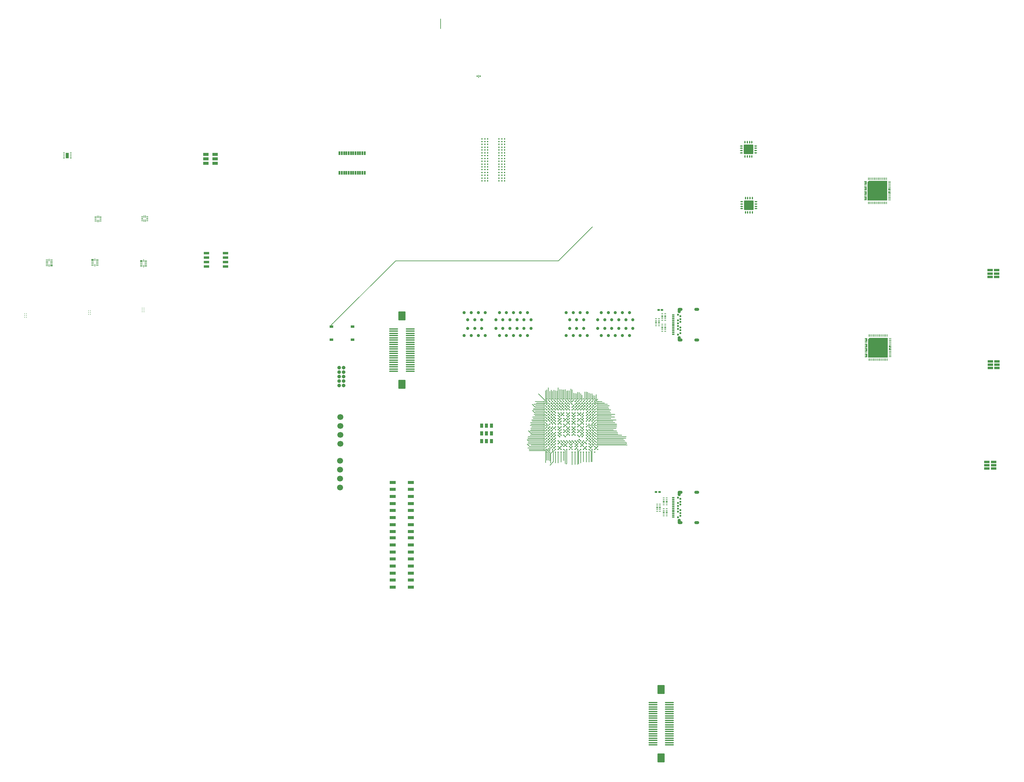
<source format=gtl>
%FSLAX46Y46*%
%MOMM*%
%ADD10C,0.127000*%
%AMPS71*
4,1,4,
0.500000,0.450004,
0.500000,-0.449996,
0.000000,-0.449996,
0.000000,0.450004,
0.500000,0.450004,
0
*
1,1,0.900000,0.000000,0.000004*
1,1,0.900000,0.500000,0.000004*
4,1,4,
0.450000,-0.649996,
-0.450000,-0.649996,
-0.450000,0.000004,
0.450000,0.000004,
0.450000,-0.649996,
0
*
1,1,0.900000,0.000000,0.000004*
1,1,0.900000,0.000000,-0.649996*
%
%ADD71PS71*%
%AMPS47*
4,1,4,
0.500000,0.450004,
0.500000,-0.449996,
0.000000,-0.449996,
0.000000,0.450004,
0.500000,0.450004,
0
*
1,1,0.900000,0.000000,0.000004*
1,1,0.900000,0.500000,0.000004*
4,1,4,
0.450000,-0.649996,
-0.450000,-0.649996,
-0.450000,0.000004,
0.450000,0.000004,
0.450000,-0.649996,
0
*
1,1,0.900000,0.000000,0.000004*
1,1,0.900000,0.000000,-0.649996*
%
%ADD47PS47*%
%AMPS23*
1,1,0.250000,0.000000,0.000000*
%
%ADD23PS23*%
%AMPS76*
1,1,0.400000,0.000000,0.000000*
%
%ADD76PS76*%
%AMPS31*
1,1,0.350000,0.000000,0.000000*
%
%ADD31PS31*%
%AMPS85*
1,1,1.066800,0.000000,0.000000*
%
%ADD85PS85*%
%AMPS83*
1,1,1.066800,0.000000,0.000000*
%
%ADD83PS83*%
%AMPS74*
1,1,1.700000,0.000000,0.000000*
%
%ADD74PS74*%
%AMPS42*
1,1,0.600000,0.000000,0.000000*
%
%ADD42PS42*%
%AMPS46*
1,1,0.600000,0.000000,0.000000*
%
%ADD46PS46*%
%AMPS43*
1,1,0.600000,0.000000,0.000000*
%
%ADD43PS43*%
%AMPS73*
1,1,1.700000,0.000000,0.000000*
%
%ADD73PS73*%
%AMPS84*
1,1,1.066800,0.000000,0.000000*
%
%ADD84PS84*%
%AMPS59*
1,1,0.900000,0.000000,0.000000*
%
%ADD59PS59*%
%AMPS61*
1,1,0.900000,0.000000,0.000000*
%
%ADD61PS61*%
%AMPS63*
1,1,0.900000,0.000000,0.000000*
%
%ADD63PS63*%
%AMPS60*
1,1,0.900000,0.000000,0.000000*
%
%ADD60PS60*%
%AMPS70*
1,1,0.600000,0.000000,0.000000*
%
%ADD70PS70*%
%AMPS75*
1,1,1.700000,0.000000,0.000000*
%
%ADD75PS75*%
%AMPS57*
1,1,0.900000,0.000000,0.000000*
%
%ADD57PS57*%
%AMPS58*
1,1,0.900000,0.000000,0.000000*
%
%ADD58PS58*%
%AMPS87*
1,1,1.066800,0.000000,0.000000*
%
%ADD87PS87*%
%AMPS65*
1,1,0.900000,0.000000,0.000000*
%
%ADD65PS65*%
%AMPS66*
1,1,0.900000,0.000000,0.000000*
%
%ADD66PS66*%
%AMPS48*
1,1,0.600000,0.000000,0.000000*
%
%ADD48PS48*%
%AMPS88*
1,1,0.900000,0.000000,0.000000*
%
%ADD88PS88*%
%AMPS67*
1,1,0.900000,0.000000,0.000000*
%
%ADD67PS67*%
%AMPS62*
1,1,0.900000,0.000000,0.000000*
%
%ADD62PS62*%
%AMPS64*
1,1,0.900000,0.000000,0.000000*
%
%ADD64PS64*%
%AMPS44*
1,1,0.600000,0.000000,0.000000*
%
%ADD44PS44*%
%AMPS86*
1,1,1.066800,0.000000,0.000000*
%
%ADD86PS86*%
%AMPS56*
21,1,0.890000,1.650000,0.000000,0.000000,90.000000*
%
%ADD56PS56*%
%AMPS55*
21,1,0.890000,1.650000,0.000000,0.000000,270.000000*
%
%ADD55PS55*%
%AMPS80*
21,1,0.450000,1.050000,0.000000,0.000000,0.000000*
%
%ADD80PS80*%
%AMPS81*
21,1,0.450000,1.050000,0.000000,0.000000,180.000000*
%
%ADD81PS81*%
%AMPS82*
21,1,0.600000,0.500000,0.000000,0.000000,0.000000*
%
%ADD82PS82*%
%AMPS54*
21,1,0.600000,0.500000,0.000000,0.000000,180.000000*
%
%ADD54PS54*%
%AMPS11*
21,1,0.650000,1.450000,0.000000,0.000000,90.000000*
%
%ADD11PS11*%
%AMPS12*
21,1,0.650000,1.450000,0.000000,0.000000,270.000000*
%
%ADD12PS12*%
%AMPS13*
21,1,0.690000,0.320000,0.000000,0.000000,0.000000*
%
%ADD13PS13*%
%AMPS39*
21,1,0.690000,0.320000,0.000000,0.000000,180.000000*
%
%ADD39PS39*%
%AMPS51*
21,1,0.890000,1.600000,0.000000,0.000000,90.000000*
%
%ADD51PS51*%
%AMPS50*
21,1,0.890000,1.600000,0.000000,0.000000,270.000000*
%
%ADD50PS50*%
%AMPS53*
21,1,0.220000,0.700000,0.000000,0.000000,0.000000*
%
%ADD53PS53*%
%AMPS78*
21,1,0.600000,1.500000,0.000000,0.000000,90.000000*
%
%ADD78PS78*%
%AMPS77*
21,1,0.600000,1.500000,0.000000,0.000000,270.000000*
%
%ADD77PS77*%
%AMPS52*
21,1,0.220000,0.450000,0.000000,0.000000,270.000000*
%
%ADD52PS52*%
%AMPS25*
21,1,0.700000,0.220000,0.000000,0.000000,180.000000*
%
%ADD25PS25*%
%AMPS24*
21,1,0.700000,0.220000,0.000000,0.000000,270.000000*
%
%ADD24PS24*%
%AMPS14*
21,1,0.690000,0.220000,0.000000,0.000000,0.000000*
%
%ADD14PS14*%
%AMPS16*
21,1,0.690000,0.220000,0.000000,0.000000,90.000000*
%
%ADD16PS16*%
%AMPS17*
21,1,0.690000,0.220000,0.000000,0.000000,180.000000*
%
%ADD17PS17*%
%AMPS15*
21,1,0.690000,0.220000,0.000000,0.000000,270.000000*
%
%ADD15PS15*%
%AMPS40*
21,1,0.320000,0.700000,0.000000,0.000000,90.000000*
%
%ADD40PS40*%
%AMPS94*
1,1,0.450000,0.000000,0.000000*
%
%ADD94PS94*%
%AMPS92*
1,1,0.450000,0.000000,0.000000*
%
%ADD92PS92*%
%AMPS90*
1,1,0.450000,0.000000,0.000000*
%
%ADD90PS90*%
%AMPS89*
1,1,0.450000,0.000000,0.000000*
%
%ADD89PS89*%
%AMPS93*
1,1,0.450000,0.000000,0.000000*
%
%ADD93PS93*%
%AMPS91*
1,1,0.450000,0.000000,0.000000*
%
%ADD91PS91*%
%AMPS49*
21,1,0.500000,0.900000,0.000000,0.000000,180.000000*
1,1,0.900000,-0.250000,0.000000*
1,1,0.900000,0.250000,0.000000*
%
%ADD49PS49*%
%AMPS72*
21,1,0.500000,0.900000,0.000000,0.000000,180.000000*
1,1,0.900000,-0.250000,0.000000*
1,1,0.900000,0.250000,0.000000*
%
%ADD72PS72*%
%AMPS68*
21,1,0.500000,0.900000,0.000000,0.000000,180.000000*
1,1,0.900000,-0.250000,0.000000*
1,1,0.900000,0.250000,0.000000*
%
%ADD68PS68*%
%AMPS41*
21,1,0.500000,0.900000,0.000000,0.000000,180.000000*
1,1,0.900000,-0.250000,0.000000*
1,1,0.900000,0.250000,0.000000*
%
%ADD41PS41*%
%AMPS32*
21,1,1.200000,0.900000,0.000000,0.000000,270.000000*
%
%ADD32PS32*%
%AMPS28*
4,1,5,
-2.800000,-2.800000,
-2.800000,2.430000,
-2.430000,2.800000,
2.800000,2.800000,
2.800000,-2.800000,
-2.800000,-2.800000,
0
*
%
%ADD28PS28*%
%AMPS33*
1,1,0.100000,0.200000,-0.050000*
1,1,0.100000,-0.200000,0.050000*
1,1,0.100000,0.200000,0.050000*
21,1,0.500000,0.100000,0.000000,0.000000,0.000000*
21,1,0.400000,0.200000,0.000000,0.000000,0.000000*
1,1,0.100000,-0.200000,-0.050000*
%
%ADD33PS33*%
%AMPS34*
1,1,0.100000,-0.200000,0.050000*
1,1,0.100000,0.200000,-0.050000*
1,1,0.100000,-0.200000,-0.050000*
21,1,0.500000,0.100000,0.000000,0.000000,180.000000*
21,1,0.400000,0.200000,0.000000,0.000000,180.000000*
1,1,0.100000,0.200000,0.050000*
%
%ADD34PS34*%
%AMPS38*
1,1,0.200000,-0.900000,-1.150000*
1,1,0.200000,0.900000,1.150000*
1,1,0.200000,0.900000,-1.150000*
21,1,2.500000,1.800000,0.000000,0.000000,270.000000*
21,1,2.300000,2.000000,0.000000,0.000000,270.000000*
1,1,0.200000,-0.900000,1.150000*
%
%ADD38PS38*%
%AMPS22*
1,1,0.100000,1.300000,-1.300000*
1,1,0.100000,-1.300000,1.300000*
1,1,0.100000,1.300000,1.300000*
21,1,2.700000,2.600000,0.000000,0.000000,0.000000*
21,1,2.600000,2.700000,0.000000,0.000000,0.000000*
1,1,0.100000,-1.300000,-1.300000*
%
%ADD22PS22*%
%AMPS29*
1,1,0.100000,-0.232500,0.050000*
1,1,0.100000,0.232500,-0.050000*
1,1,0.100000,-0.232500,-0.050000*
21,1,0.565000,0.100000,0.000000,0.000000,180.000000*
21,1,0.465000,0.200000,0.000000,0.000000,180.000000*
1,1,0.100000,0.232500,0.050000*
%
%ADD29PS29*%
%AMPS35*
1,1,0.100000,-0.400000,0.700000*
1,1,0.100000,0.400000,-0.700000*
1,1,0.100000,-0.400000,-0.700000*
21,1,0.900000,1.400000,0.000000,0.000000,180.000000*
21,1,0.800000,1.500000,0.000000,0.000000,180.000000*
1,1,0.100000,0.400000,0.700000*
%
%ADD35PS35*%
%AMPS79*
1,1,0.200000,0.400000,-0.275000*
1,1,0.200000,-0.400000,0.275000*
1,1,0.200000,0.400000,0.275000*
21,1,1.000000,0.550000,0.000000,0.000000,0.000000*
21,1,0.800000,0.750000,0.000000,0.000000,0.000000*
1,1,0.200000,-0.400000,-0.275000*
%
%ADD79PS79*%
%AMPS30*
1,1,0.100000,-0.232500,0.150000*
1,1,0.100000,0.232500,-0.150000*
1,1,0.100000,-0.232500,-0.150000*
21,1,0.565000,0.300000,0.000000,0.000000,180.000000*
21,1,0.465000,0.400000,0.000000,0.000000,180.000000*
1,1,0.100000,0.232500,0.150000*
%
%ADD30PS30*%
%AMPS36*
1,1,0.200000,1.150000,0.075000*
1,1,0.200000,-1.150000,-0.075000*
1,1,0.200000,-1.150000,0.075000*
21,1,0.350000,2.300000,0.000000,0.000000,90.000000*
21,1,0.150000,2.500000,0.000000,0.000000,90.000000*
1,1,0.200000,1.150000,-0.075000*
%
%ADD36PS36*%
%AMPS37*
1,1,0.200000,-1.150000,-0.075000*
1,1,0.200000,1.150000,0.075000*
1,1,0.200000,1.150000,-0.075000*
21,1,0.350000,2.300000,0.000000,0.000000,270.000000*
21,1,0.150000,2.500000,0.000000,0.000000,270.000000*
1,1,0.200000,-1.150000,0.075000*
%
%ADD37PS37*%
%AMPS20*
1,1,0.350000,0.000000,-0.225000*
1,1,0.350000,0.000000,0.225000*
1,1,0.350000,0.000000,0.225000*
21,1,0.350000,0.450000,0.000000,0.000000,0.000000*
21,1,0.000000,0.800000,0.000000,0.000000,0.000000*
1,1,0.350000,0.000000,-0.225000*
%
%ADD20PS20*%
%AMPS18*
1,1,0.350000,0.225000,0.000000*
1,1,0.350000,-0.225000,0.000000*
1,1,0.350000,-0.225000,0.000000*
21,1,0.350000,0.450000,0.000000,0.000000,90.000000*
21,1,0.000000,0.800000,0.000000,0.000000,90.000000*
1,1,0.350000,0.225000,0.000000*
%
%ADD18PS18*%
%AMPS21*
1,1,0.350000,0.000000,0.225000*
1,1,0.350000,0.000000,-0.225000*
1,1,0.350000,0.000000,-0.225000*
21,1,0.350000,0.450000,0.000000,0.000000,180.000000*
21,1,0.000000,0.800000,0.000000,0.000000,180.000000*
1,1,0.350000,0.000000,0.225000*
%
%ADD21PS21*%
%AMPS19*
1,1,0.350000,-0.225000,0.000000*
1,1,0.350000,0.225000,0.000000*
1,1,0.350000,0.225000,0.000000*
21,1,0.350000,0.450000,0.000000,0.000000,270.000000*
21,1,0.000000,0.800000,0.000000,0.000000,270.000000*
1,1,0.350000,-0.225000,0.000000*
%
%ADD19PS19*%
%AMPS45*
4,1,4,
0.500000,0.450000,
0.500000,-0.450000,
0.000000,-0.450000,
0.000000,0.450000,
0.500000,0.450000,
0
*
1,1,0.900000,0.000000,0.000000*
1,1,0.900000,0.500000,0.000000*
4,1,4,
0.450000,0.000000,
-0.450000,0.000000,
-0.450000,0.650000,
0.450000,0.650000,
0.450000,0.000000,
0
*
1,1,0.900000,0.000000,0.650000*
1,1,0.900000,0.000000,0.000000*
%
%ADD45PS45*%
%AMPS69*
4,1,4,
0.500000,0.450000,
0.500000,-0.450000,
0.000000,-0.450000,
0.000000,0.450000,
0.500000,0.450000,
0
*
1,1,0.900000,0.000000,0.000000*
1,1,0.900000,0.500000,0.000000*
4,1,4,
0.450000,0.000000,
-0.450000,0.000000,
-0.450000,0.650000,
0.450000,0.650000,
0.450000,0.000000,
0
*
1,1,0.900000,0.000000,0.650000*
1,1,0.900000,0.000000,0.000000*
%
%ADD69PS69*%
%AMPS27*
4,1,8,
0.000000,0.000000,
0.700000,0.000000,
0.700000,0.220000,
0.310000,0.220000,
0.310000,0.400000,
0.700000,0.400000,
0.700000,0.620000,
0.000000,0.620000,
0.000000,0.000000,
0
*
%
%ADD27PS27*%
%AMPS26*
4,1,12,
0.000000,0.000000,
-0.700000,0.000000,
-0.700000,-0.220000,
-0.310000,-0.220000,
-0.310000,-0.400000,
-0.700000,-0.400000,
-0.700000,-0.620000,
-0.310000,-0.620000,
-0.310000,-0.800000,
-0.700000,-0.800000,
-0.700000,-1.020000,
0.000000,-1.020000,
0.000000,0.000000,
0
*
%
%ADD26PS26*%
G01*
G01*
%LPD*%
D10*
X4240000Y4210000D02*
X3849490Y4600510D01*
D10*
X14990000Y3512264D02*
X15297226Y3819490D01*
D10*
X3040000Y-8990000D02*
X3440000Y-8590000D01*
D10*
X8640000Y610000D02*
X9040000Y1010000D01*
D10*
X8640000Y-1790000D02*
X9040000Y-2190000D01*
D10*
X15030510Y-999490D02*
X20705510Y-999490D01*
D10*
X4640000Y-3390000D02*
X4240000Y-2990000D01*
D10*
X5840000Y-2190000D02*
X6240000Y-2590000D01*
D10*
X1040000Y3410000D02*
X792264Y3410000D01*
D10*
X13040000Y2610000D02*
X13440000Y3010000D01*
D10*
X9840000Y2610000D02*
X10240000Y3010000D01*
D10*
X12240000Y1010000D02*
X12640000Y1410000D01*
D10*
X5840000Y2610000D02*
X5440000Y3010000D01*
D10*
X13040000Y210000D02*
X13440000Y610000D01*
D10*
X3440000Y-4590000D02*
X3040000Y-4990000D01*
D10*
X12240000Y-5390000D02*
X12640000Y-5790000D01*
D10*
X12240000Y1810000D02*
X12640000Y2210000D01*
D10*
X9040000Y2610000D02*
X9440000Y3010000D01*
D10*
X680510Y-9390000D02*
X630510Y-9440000D01*
D10*
X4640000Y-990000D02*
X4240000Y-1390000D01*
D10*
X10640000Y4210000D02*
X11030510Y4600510D01*
D10*
X240000Y-4590000D02*
X-3385000Y-4590000D01*
D10*
X1040000Y-6990000D02*
X649490Y-7380510D01*
D10*
X12240000Y-7790000D02*
X11840000Y-7390000D01*
D10*
X11040000Y-4990000D02*
X10640000Y-4590000D01*
D10*
X630510Y-4999490D02*
X-3334734Y-4999490D01*
D10*
X13840000Y-3790000D02*
X14240000Y-4190000D01*
D10*
X-1785000Y3810000D02*
X-1930990Y3664010D01*
D10*
X23524224Y-7790000D02*
X23774224Y-7540000D01*
D10*
X5040000Y-9390000D02*
X4640000Y-8990000D01*
D10*
X7440000Y-2990000D02*
X7040000Y-3390000D01*
D10*
X10640000Y-9390000D02*
X10094010Y-9935990D01*
D10*
X649490Y3000510D02*
X-2200510Y3000510D01*
D10*
X240000Y1810000D02*
X-2860000Y1810000D01*
D10*
X8640000Y-1790000D02*
X8240000Y-2190000D01*
D10*
X5040000Y1010000D02*
X5440000Y610000D01*
D10*
X9840000Y-7790000D02*
X9440000Y-8190000D01*
D10*
X10240000Y610000D02*
X10640000Y210000D01*
D10*
X14640000Y1810000D02*
X15049490Y2219490D01*
D10*
X15297226Y3819490D02*
X17424490Y3819490D01*
D10*
X1040000Y2610000D02*
X649490Y3000510D01*
D10*
X4240000Y5010000D02*
X4240000Y8160000D01*
D10*
X6240000Y-990000D02*
X5840000Y-1390000D01*
D10*
X1430510Y-9551754D02*
X1182774Y-9799490D01*
D10*
X5840000Y-7790000D02*
X6240000Y-8190000D01*
D10*
X8240000Y-4590000D02*
X8640000Y-4190000D01*
D10*
X13040000Y-5390000D02*
X13440000Y-5790000D01*
D10*
X12240000Y-590000D02*
X12640000Y-190000D01*
D10*
X-60320000Y26030000D02*
X-59650000Y26700000D01*
D10*
X13040000Y4210000D02*
X13430510Y4600510D01*
D10*
X15030510Y-199490D02*
X20330510Y-199490D01*
D10*
X11440000Y-1390000D02*
X11040000Y-990000D01*
D10*
X240000Y4210000D02*
X-2310000Y4210000D01*
D10*
X12240000Y210000D02*
X12640000Y610000D01*
D10*
X4240000Y-590000D02*
X4640000Y-990000D01*
D10*
X7840000Y-8990000D02*
X8240000Y-8590000D01*
D10*
X8640000Y-3390000D02*
X9040000Y-3790000D01*
D10*
X649490Y-8980510D02*
X-4419490Y-8980510D01*
D10*
X8240000Y4210000D02*
X8630510Y4600510D01*
D10*
X13040000Y-1390000D02*
X13440000Y-990000D01*
D10*
X9040000Y4210000D02*
X9430510Y4600510D01*
D10*
X12240000Y-1390000D02*
X12640000Y-990000D01*
D10*
X9040000Y-6990000D02*
X9440000Y-7390000D01*
D10*
X9440000Y-8190000D02*
X9840000Y-8590000D01*
D10*
X5440000Y610000D02*
X5840000Y210000D01*
D10*
X15440000Y-1390000D02*
X19865000Y-1390000D01*
D10*
X6640000Y-1390000D02*
X7040000Y-1790000D01*
D10*
X10230510Y4600510D02*
X10230510Y6800510D01*
D10*
X240000Y2610000D02*
X-2294224Y2610000D01*
D10*
X14640000Y1285000D02*
X14774490Y1419490D01*
D10*
X1040000Y-7790000D02*
X649490Y-8180510D01*
D10*
X7040000Y-3390000D02*
X6640000Y-3790000D01*
D10*
X1840000Y-9765000D02*
X1712736Y-9765000D01*
D10*
X15049490Y3019490D02*
X18824490Y3019490D01*
D10*
X4240000Y-5390000D02*
X4640000Y-5790000D01*
D10*
X3440000Y-2190000D02*
X3040000Y-1790000D01*
D10*
X2640000Y-590000D02*
X2240000Y-190000D01*
D10*
X14774490Y4619490D02*
X14849490Y4619490D01*
D10*
X792264Y1010000D02*
X392264Y1410000D01*
D10*
X9440000Y-8190000D02*
X9040000Y-8590000D01*
D10*
X8240000Y210000D02*
X8640000Y-190000D01*
D10*
X15030510Y-7380510D02*
X23574490Y-7380510D01*
D10*
X10640000Y-3790000D02*
X11040000Y-4190000D01*
D10*
X11440000Y-2190000D02*
X11040000Y-1790000D01*
D10*
X5040000Y-6990000D02*
X5440000Y-7390000D01*
D10*
X240000Y-2990000D02*
X-3335000Y-2990000D01*
D10*
X1840000Y-10190000D02*
X1840000Y-12615000D01*
D10*
X5040000Y-5390000D02*
X4640000Y-4990000D01*
D10*
X1449490Y4600510D02*
X1449490Y8225510D01*
D10*
X-60320000Y25555000D02*
X-60320000Y26030000D01*
D10*
X4240000Y1010000D02*
X4640000Y610000D01*
D10*
X11440000Y-5390000D02*
X11040000Y-5790000D01*
D10*
X3440000Y1010000D02*
X3040000Y1410000D01*
D10*
X1430510Y-9247226D02*
X1430510Y-9551754D01*
D10*
X2894010Y-12895214D02*
X1924224Y-13865000D01*
D10*
X9840000Y-6990000D02*
X10240000Y-7390000D01*
D10*
X8240000Y-2990000D02*
X8640000Y-3390000D01*
D10*
X630510Y-9440000D02*
X630510Y-9551754D01*
D10*
X1040000Y210000D02*
X765000Y210000D01*
D10*
X3440000Y-6990000D02*
X3040000Y-7390000D01*
D10*
X14801754Y3819490D02*
X15049490Y4067226D01*
D10*
X1840000Y-2990000D02*
X1440000Y-3390000D01*
D10*
X15040000Y-8990000D02*
X15440000Y-8590000D01*
D10*
X11040000Y-4990000D02*
X11440000Y-4590000D01*
D10*
X11040000Y-1790000D02*
X10640000Y-2190000D01*
D10*
X1430510Y-2599490D02*
X-3700510Y-2599490D01*
D10*
X1840000Y4210000D02*
X1449490Y4600510D01*
D10*
X8240000Y1810000D02*
X8640000Y2210000D01*
D10*
X12240000Y5010000D02*
X12240000Y5285000D01*
D10*
X6640000Y-7790000D02*
X6240000Y-8190000D01*
D10*
X7040000Y-1790000D02*
X7440000Y-2190000D01*
D10*
X9840000Y-5390000D02*
X10240000Y-5790000D01*
D10*
X240000Y-1390000D02*
X-3110000Y-1390000D01*
D10*
X10240000Y-2590000D02*
X9840000Y-2990000D01*
D10*
X1182774Y-9799490D02*
X878246Y-9799490D01*
D10*
X10240000Y-4190000D02*
X9840000Y-3790000D01*
D10*
X2640000Y-2990000D02*
X2240000Y-3390000D01*
D10*
X9430510Y4600510D02*
X9430510Y6500510D01*
D10*
X3440000Y-1390000D02*
X3040000Y-990000D01*
D10*
X7040000Y-190000D02*
X7440000Y210000D01*
D10*
X240000Y-590000D02*
X-2885000Y-590000D01*
D10*
X13840000Y3410000D02*
X14249490Y3819490D01*
D10*
X3440000Y4210000D02*
X3049490Y4600510D01*
D10*
X6230510Y-9780510D02*
X6230510Y-13424490D01*
D10*
X10094010Y-9973466D02*
X10090000Y-13490000D01*
D10*
X13840000Y-7790000D02*
X14240000Y-8190000D01*
D10*
X1449490Y3800510D02*
X1008714Y3800510D01*
D10*
X15440000Y3410000D02*
X18315000Y3410000D01*
D10*
X1840000Y-2190000D02*
X1430510Y-2599490D01*
D10*
X630510Y-9551754D02*
X401754Y-9780510D01*
D10*
X13840000Y1810000D02*
X14240000Y2210000D01*
D10*
X15440000Y2610000D02*
X18565000Y2610000D01*
D10*
X14249490Y3819490D02*
X14801754Y3819490D01*
D10*
X1040000Y5285000D02*
X1040000Y7560000D01*
D10*
X240000Y-2190000D02*
X-3510000Y-2190000D01*
D10*
X5840000Y-590000D02*
X6240000Y-990000D01*
D10*
X14640000Y1010000D02*
X14640000Y1285000D01*
D10*
X15030510Y-4180510D02*
X20899490Y-4180510D01*
D10*
X15049490Y4460266D02*
X15590000Y5000776D01*
D10*
X-2419224Y1010000D02*
X-3044224Y1635000D01*
D10*
X-29200000Y113200000D02*
X-29200000Y110400000D01*
D10*
X3440000Y2610000D02*
X3040000Y3010000D01*
D10*
X6640000Y-6990000D02*
X7040000Y-7390000D01*
D10*
X10094010Y-9935990D02*
X10094010Y-9973466D01*
D10*
X649490Y-5780510D02*
X-4344490Y-5780510D01*
D10*
X6240000Y-8190000D02*
X6640000Y-8590000D01*
D10*
X1040000Y-6190000D02*
X649490Y-6580510D01*
D10*
X-4269224Y-6990000D02*
X-4610000Y-6649224D01*
D10*
X13840000Y-6990000D02*
X14240000Y-7390000D01*
D10*
X12240000Y-8590000D02*
X11840000Y-8990000D01*
D10*
X10640000Y1810000D02*
X11040000Y2210000D01*
D10*
X9840000Y4210000D02*
X10230510Y4600510D01*
D10*
X15030510Y-5780510D02*
X23574490Y-5780510D01*
D10*
X7040000Y-990000D02*
X7440000Y-590000D01*
D10*
X2640000Y-1390000D02*
X2240000Y-990000D01*
D10*
X4240000Y-3790000D02*
X4640000Y-3390000D01*
D10*
X7440000Y-7790000D02*
X7840000Y-8190000D01*
D10*
X2249490Y4600510D02*
X2249490Y7475510D01*
D10*
X10640000Y-590000D02*
X11040000Y-990000D01*
D10*
X11440000Y1010000D02*
X11040000Y610000D01*
D10*
X4649490Y4600510D02*
X4649490Y7644490D01*
D10*
X-3869224Y-8590000D02*
X-4569224Y-7890000D01*
D10*
X15440000Y-590000D02*
X19290000Y-590000D01*
D10*
X1040000Y-590000D02*
X649490Y-199490D01*
D10*
X11040000Y-3390000D02*
X11440000Y-2990000D01*
D10*
X13840000Y-2990000D02*
X14240000Y-3390000D01*
D10*
X14640000Y-6190000D02*
X15030510Y-6580510D01*
D10*
X8640000Y-4990000D02*
X9040000Y-5390000D01*
D10*
X1040000Y1810000D02*
X649490Y2200510D01*
D10*
X1840000Y1810000D02*
X1440000Y2210000D01*
D10*
X1040000Y-2190000D02*
X649490Y-1799490D01*
D10*
X3440000Y-590000D02*
X3040000Y-190000D01*
D10*
X14640000Y-7790000D02*
X15030510Y-8180510D01*
D10*
X2894010Y-9935990D02*
X2894010Y-12895214D01*
D10*
X13585990Y-9935990D02*
X13585990Y-12869010D01*
D10*
X6640000Y5010000D02*
X6640000Y7260000D01*
D10*
X6240000Y-2590000D02*
X5840000Y-2990000D01*
D10*
X890000Y4585000D02*
X649490Y4825510D01*
D10*
X3849490Y4600510D02*
X3849490Y7275510D01*
D10*
X5040000Y2610000D02*
X4640000Y3010000D01*
D10*
X1840000Y-1390000D02*
X1440000Y-990000D01*
D10*
X13440000Y-8990000D02*
X13840000Y-8590000D01*
D10*
X1040000Y-2990000D02*
X649490Y-3380510D01*
D10*
X5840000Y4210000D02*
X5449490Y4600510D01*
D10*
X4240000Y-1390000D02*
X5040000Y-590000D01*
D10*
X15440000Y-5390000D02*
X22365000Y-5390000D01*
D10*
X15440000Y-2190000D02*
X20915000Y-2190000D01*
D10*
X630510Y371754D02*
X401754Y600510D01*
D10*
X10640000Y-10190000D02*
X10640000Y-13190000D01*
D10*
X14640000Y3410000D02*
X14915000Y3410000D01*
D10*
X13840000Y-9390000D02*
X13840000Y-12915000D01*
D10*
X10640000Y2610000D02*
X11040000Y3010000D01*
D10*
X9840000Y1810000D02*
X10240000Y2210000D01*
D10*
X13840000Y4210000D02*
X14249490Y4619490D01*
D10*
X7030510Y4619490D02*
X7030510Y7319490D01*
D10*
X7840000Y-8190000D02*
X8240000Y-7790000D01*
D10*
X13840000Y-2190000D02*
X14240000Y-1790000D01*
D10*
X3440000Y-2990000D02*
X3040000Y-3390000D01*
D10*
X14640000Y-6990000D02*
X15030510Y-7380510D01*
D10*
X240000Y-3790000D02*
X-3610000Y-3790000D01*
D10*
X1712736Y-9765000D02*
X1449490Y-10028246D01*
D10*
X7440000Y2610000D02*
X7040000Y3010000D01*
D10*
X1840000Y-7790000D02*
X1440000Y-8190000D01*
D10*
X15049490Y2219490D02*
X18724490Y2219490D01*
D10*
X240000Y-9390000D02*
X-4085000Y-9390000D01*
D10*
X4240000Y-2190000D02*
X4640000Y-1790000D01*
D10*
X3440000Y-6190000D02*
X3040000Y-6590000D01*
D10*
X8240000Y2610000D02*
X8640000Y3010000D01*
D10*
X9840000Y-590000D02*
X10240000Y-990000D01*
D10*
X14774490Y1419490D02*
X14824490Y1419490D01*
D10*
X10640000Y1010000D02*
X10240000Y610000D01*
D10*
X2640000Y-6190000D02*
X2240000Y-6590000D01*
D10*
X11440000Y2610000D02*
X11840000Y3010000D01*
D10*
X11040000Y-8190000D02*
X10640000Y-8590000D01*
D10*
X14640000Y210000D02*
X15030510Y600510D01*
D10*
X3440000Y-5390000D02*
X3040000Y-5790000D01*
D10*
X7440000Y-6990000D02*
X7840000Y-7390000D01*
D10*
X2640000Y-6990000D02*
X2240000Y-7390000D01*
D10*
X7040000Y-1790000D02*
X6640000Y-2190000D01*
D10*
X2640000Y1810000D02*
X2240000Y2210000D01*
D10*
X13840000Y2610000D02*
X14240000Y3010000D01*
D10*
X11849490Y4619490D02*
X11849490Y6969490D01*
D10*
X5040000Y1810000D02*
X4640000Y2210000D01*
D10*
X12240000Y3410000D02*
X12640000Y3810000D01*
D10*
X10640000Y3410000D02*
X11040000Y3810000D01*
D10*
X3440000Y-9390000D02*
X2894010Y-9935990D01*
D10*
X4240000Y-8590000D02*
X4640000Y-8990000D01*
D10*
X9040000Y-9390000D02*
X9440000Y-8990000D01*
D10*
X9840000Y5010000D02*
X9840000Y6960000D01*
D10*
X15030510Y-6580510D02*
X22874490Y-6580510D01*
D10*
X4240000Y210000D02*
X4640000Y-190000D01*
D10*
X12240000Y-4590000D02*
X12640000Y-4990000D01*
D10*
X792264Y3410000D02*
X392264Y3810000D01*
D10*
X401754Y600510D02*
X-2625510Y600510D01*
D10*
X4240000Y-4590000D02*
X4640000Y-4990000D01*
D10*
X13040000Y-7790000D02*
X13440000Y-8190000D01*
D10*
X1008714Y3800510D02*
X897226Y3800510D01*
D10*
X9040000Y3410000D02*
X9440000Y3810000D01*
D10*
X11040000Y-990000D02*
X11440000Y-590000D01*
D10*
X3440000Y5010000D02*
X3440000Y7360000D01*
D10*
X8240000Y-590000D02*
X8640000Y-990000D01*
D10*
X6640000Y-13374224D02*
X6484520Y-13529704D01*
D10*
X6640000Y3410000D02*
X6240000Y3810000D01*
D10*
X8240000Y-1390000D02*
X8640000Y-1790000D01*
D10*
X649490Y-199490D02*
X-3025510Y-199490D01*
D10*
X14640000Y-2190000D02*
X15030510Y-1799490D01*
D10*
X5840000Y5010000D02*
X5840000Y7560000D01*
D10*
X-18400000Y96800000D02*
X-18400000Y96400000D01*
D10*
X10640000Y-6990000D02*
X10240000Y-6590000D01*
D10*
X5840000Y-10190000D02*
X5840000Y-12574224D01*
D10*
X5449490Y4600510D02*
X5449490Y7594490D01*
D10*
X-59650000Y26700000D02*
X-42050000Y44300000D01*
D10*
X3440000Y210000D02*
X3040000Y610000D01*
D10*
X15440000Y-3790000D02*
X19990000Y-3790000D01*
D10*
X1040000Y-8590000D02*
X649490Y-8980510D01*
D10*
X1040000Y1010000D02*
X792264Y1010000D01*
D10*
X7440000Y1810000D02*
X7040000Y2210000D01*
D10*
X14640000Y-2990000D02*
X15030510Y-3380510D01*
D10*
X1840000Y3410000D02*
X1449490Y3800510D01*
D10*
X10640000Y-5390000D02*
X11040000Y-4990000D01*
D10*
X7040000Y610000D02*
X7440000Y1010000D01*
D10*
X1040000Y4585000D02*
X890000Y4585000D01*
D10*
X-3334734Y-4999490D02*
X-4285000Y-4049224D01*
D10*
X13040000Y3410000D02*
X13440000Y3810000D01*
D10*
X4640000Y-8990000D02*
X4240000Y-9390000D01*
D10*
X15440000Y1810000D02*
X19190000Y1810000D01*
D10*
X240000Y-6190000D02*
X-4410000Y-6190000D01*
D10*
X12630510Y4600510D02*
X12630510Y6900510D01*
D10*
X240000Y-8590000D02*
X-3869224Y-8590000D01*
D10*
X15440000Y4210000D02*
X16740000Y4210000D01*
D10*
X12240000Y-10190000D02*
X12240000Y-12990000D01*
D10*
X240000Y-6990000D02*
X-4269224Y-6990000D01*
D10*
X14640000Y-1390000D02*
X15030510Y-999490D01*
D10*
X630510Y4371754D02*
X-1382736Y6385000D01*
D10*
X14849490Y4619490D02*
X15030510Y4800510D01*
D10*
X14640000Y4485000D02*
X14774490Y4619490D01*
D10*
X13040000Y-3790000D02*
X13440000Y-4190000D01*
D10*
X10640000Y-1390000D02*
X11040000Y-1790000D01*
D10*
X15440000Y1010000D02*
X19240000Y1010000D01*
D10*
X765000Y210000D02*
X630510Y344490D01*
D10*
X6640000Y210000D02*
X7040000Y-190000D01*
D10*
X13840000Y210000D02*
X14240000Y610000D01*
D10*
X5840000Y-5390000D02*
X6240000Y-5790000D01*
D10*
X649490Y-1799490D02*
X-3625510Y-1799490D01*
D10*
X6640000Y4210000D02*
X6249490Y4600510D01*
D10*
X649490Y2200510D02*
X-2800510Y2200510D01*
D10*
X8240000Y-5390000D02*
X8640000Y-4990000D01*
D10*
X1840000Y5010000D02*
X1840000Y7185000D01*
D10*
X649490Y-6580510D02*
X-4319490Y-6580510D01*
D10*
X897226Y3800510D02*
X630510Y4067226D01*
D10*
X1040000Y-1390000D02*
X649490Y-999490D01*
D10*
X15440000Y-4590000D02*
X21190000Y-4590000D01*
D10*
X14640000Y5010000D02*
X14640000Y5885000D01*
D10*
X11040000Y-3390000D02*
X11440000Y-3790000D01*
D10*
X9040000Y-7790000D02*
X9440000Y-8190000D01*
D10*
X5440000Y610000D02*
X5040000Y210000D01*
D10*
X13430510Y4600510D02*
X13430510Y6500510D01*
D10*
X14640000Y-4590000D02*
X15030510Y-4980510D01*
D10*
X5040000Y3410000D02*
X4640000Y3810000D01*
D10*
X8640000Y-190000D02*
X9040000Y210000D01*
D10*
X649490Y4825510D02*
X649490Y7369490D01*
D10*
X-2294224Y2610000D02*
X-3160000Y3475776D01*
D10*
X11440000Y1810000D02*
X11840000Y2210000D01*
D10*
X13840000Y-4590000D02*
X14240000Y-4990000D01*
D10*
X5840000Y-6990000D02*
X6240000Y-7390000D01*
D10*
X6640000Y-5390000D02*
X7040000Y-4990000D01*
D10*
X2640000Y5010000D02*
X2640000Y7185000D01*
D10*
X6640000Y1010000D02*
X7040000Y610000D01*
D10*
X13040000Y-2990000D02*
X13440000Y-3390000D01*
D10*
X240000Y-7790000D02*
X-4310000Y-7790000D01*
D10*
X8240000Y3410000D02*
X7849490Y3800510D01*
D10*
X1040000Y-9390000D02*
X680510Y-9390000D01*
D10*
X1040000Y5010000D02*
X1040000Y5285000D01*
D10*
X2640000Y3410000D02*
X2240000Y3810000D01*
D10*
X11440000Y4210000D02*
X11849490Y4619490D01*
D10*
X2400000Y44300000D02*
X4302402Y44300000D01*
D10*
X11440000Y-10190000D02*
X11440000Y-12890000D01*
D10*
X7849490Y3800510D02*
X7849490Y7875510D01*
D10*
X5840000Y-9390000D02*
X6230510Y-9780510D01*
D10*
X13040000Y-590000D02*
X13440000Y-190000D01*
D10*
X-18400000Y97200000D02*
X-18400000Y96800000D01*
D10*
X11440000Y-8590000D02*
X11040000Y-8190000D01*
D10*
X630510Y4067226D02*
X630510Y4371754D01*
D10*
X5840000Y1810000D02*
X5440000Y2210000D01*
D10*
X1840000Y-9390000D02*
X1840000Y-9765000D01*
D10*
X13040000Y1810000D02*
X13440000Y2210000D01*
D10*
X14824490Y1419490D02*
X18974490Y1419490D01*
D10*
X1840000Y-3790000D02*
X1440000Y-4190000D01*
D10*
X14915000Y3410000D02*
X14990000Y3485000D01*
D10*
X4640000Y-1790000D02*
X5040000Y-2190000D01*
D10*
X10240000Y-990000D02*
X9840000Y-1390000D01*
D10*
X14640000Y-3790000D02*
X15030510Y-4180510D01*
D10*
X9040000Y5010000D02*
X9040000Y6610000D01*
D10*
X5040000Y5010000D02*
X5040000Y7660000D01*
D10*
X12240000Y2610000D02*
X12640000Y3010000D01*
D10*
X401754Y-9780510D02*
X-4019490Y-9780510D01*
D10*
X14990000Y3485000D02*
X14990000Y3512264D01*
D10*
X4240000Y2610000D02*
X3840000Y3010000D01*
D10*
X9840000Y-10078512D02*
X9835991Y-13660991D01*
D10*
X5840000Y1010000D02*
X5440000Y610000D01*
D10*
X11440000Y-6990000D02*
X11040000Y-7390000D01*
D10*
X649490Y-10028246D02*
X649490Y-13174490D01*
D10*
X4240000Y1810000D02*
X3840000Y2210000D01*
D10*
X9040000Y-1390000D02*
X8640000Y-1790000D01*
D10*
X14640000Y-5390000D02*
X15030510Y-5780510D01*
D10*
X4640000Y-4990000D02*
X5040000Y-4590000D01*
D10*
X2640000Y4210000D02*
X2249490Y4600510D01*
D10*
X13840000Y5010000D02*
X13840000Y6535000D01*
D10*
X12240000Y4210000D02*
X12630510Y4600510D01*
D10*
X8240000Y-10190000D02*
X8240000Y-13715000D01*
D10*
X2640000Y2610000D02*
X2240000Y3010000D01*
D10*
X1040000Y4210000D02*
X1040000Y4585000D01*
D10*
X6640000Y-590000D02*
X7040000Y-990000D01*
D10*
X7440000Y-8590000D02*
X7840000Y-8990000D01*
D10*
X6640000Y1810000D02*
X6240000Y2210000D01*
D10*
X10640000Y-2990000D02*
X11040000Y-3390000D01*
D10*
X11030510Y4600510D02*
X11030510Y6050510D01*
D10*
X2640000Y-4590000D02*
X2240000Y-4990000D01*
D10*
X6240000Y-8190000D02*
X5840000Y-8590000D01*
D10*
X1840000Y210000D02*
X1440000Y610000D01*
D10*
X1040000Y-10190000D02*
X1040000Y-12440000D01*
D10*
X15030510Y4800510D02*
X15030510Y6219490D01*
D10*
X4240000Y-7790000D02*
X4640000Y-7390000D01*
D10*
X3049490Y4600510D02*
X3049490Y7525510D01*
D10*
X15030510Y-8180510D02*
X23855510Y-8180510D01*
D10*
X12240000Y5285000D02*
X12240000Y6985000D01*
D10*
X4302402Y44300000D02*
X14000000Y53997598D01*
D10*
X11840000Y-8990000D02*
X12240000Y-9390000D01*
D10*
X2640000Y210000D02*
X2240000Y610000D01*
D10*
X10240000Y610000D02*
X9840000Y210000D01*
D10*
X12240000Y-2990000D02*
X12649490Y-2580510D01*
D10*
X-42050000Y44300000D02*
X2400000Y44300000D01*
D10*
X7440000Y5010000D02*
X7440000Y7385000D01*
D10*
X2640000Y-10090000D02*
X2140000Y-10590000D01*
D10*
X9840000Y3410000D02*
X10240000Y3810000D01*
D10*
X878246Y-9799490D02*
X649490Y-10028246D01*
D10*
X15030510Y600510D02*
X20380510Y600510D01*
D10*
X13040000Y-6990000D02*
X13440000Y-7390000D01*
D10*
X2140000Y-10590000D02*
X2140000Y-13290000D01*
D10*
X649490Y-999490D02*
X-3350510Y-999490D01*
D10*
X4240000Y-10190000D02*
X4240000Y-13215000D01*
D10*
X2640000Y-5390000D02*
X2240000Y-5790000D01*
D10*
X7440000Y-1390000D02*
X7040000Y-1790000D01*
D10*
X7040000Y3810000D02*
X7440000Y3410000D01*
D10*
X4640000Y-8990000D02*
X5040000Y-8590000D01*
D10*
X3440000Y3410000D02*
X3040000Y3810000D01*
D10*
X13840000Y-590000D02*
X14240000Y-190000D01*
D10*
X5040000Y-1390000D02*
X4640000Y-1790000D01*
D10*
X7040000Y-4190000D02*
X7440000Y-4590000D01*
D10*
X14640000Y-8590000D02*
X15040000Y-8990000D01*
D10*
X4240000Y3410000D02*
X3840000Y3810000D01*
D10*
X240000Y3410000D02*
X-2735000Y3410000D01*
D10*
X2640000Y-3790000D02*
X2240000Y-4190000D01*
D10*
X392264Y1410000D02*
X-2285000Y1410000D01*
D10*
X5040000Y-10190000D02*
X5040000Y-13015000D01*
D10*
X5040000Y-3790000D02*
X4640000Y-4190000D01*
D10*
X6640000Y-2990000D02*
X7040000Y-3390000D01*
D10*
X1040000Y-5390000D02*
X649490Y-5780510D01*
D10*
X2640000Y1010000D02*
X2240000Y1410000D01*
D10*
X1840000Y1010000D02*
X1440000Y1410000D01*
D10*
X14640000Y-590000D02*
X15030510Y-199490D01*
D10*
X13840000Y1010000D02*
X14240000Y1410000D01*
D10*
X649490Y-8180510D02*
X-3525510Y-8180510D01*
D10*
X5040000Y4210000D02*
X4649490Y4600510D01*
D10*
X8240000Y5010000D02*
X8240000Y7560000D01*
D10*
X10640000Y5010000D02*
X10640000Y6535000D01*
D10*
X8240000Y-6990000D02*
X8640000Y-7390000D01*
D10*
X15030510Y-1799490D02*
X20430510Y-1799490D01*
D10*
X12240000Y-3790000D02*
X12640000Y-4190000D01*
D10*
X240000Y-5390000D02*
X-3760000Y-5390000D01*
D10*
X7040000Y-4990000D02*
X7440000Y-5390000D01*
D10*
X13840000Y-5390000D02*
X14240000Y-5790000D01*
D10*
X15440000Y210000D02*
X19415000Y210000D01*
D10*
X9040000Y-10190000D02*
X9040000Y-13665000D01*
D10*
X392264Y3810000D02*
X-1785000Y3810000D01*
D10*
X8640000Y-990000D02*
X9040000Y-590000D01*
D10*
X2640000Y-7790000D02*
X2240000Y-8190000D01*
D10*
X5040000Y-2990000D02*
X4640000Y-3390000D01*
D10*
X1840000Y-5390000D02*
X1440000Y-5790000D01*
D10*
X14249490Y4619490D02*
X14249490Y6019490D01*
D10*
X7040000Y-3390000D02*
X7440000Y-3790000D01*
D10*
X13040000Y-9390000D02*
X13585990Y-9935990D01*
D10*
X6640000Y2610000D02*
X6240000Y3010000D01*
D10*
X1449490Y-10028246D02*
X1449490Y-12474490D01*
D10*
X2640000Y-2190000D02*
X2240000Y-1790000D01*
D10*
X13840000Y-6190000D02*
X14240000Y-6590000D01*
D10*
X13840000Y-1390000D02*
X14240000Y-990000D01*
D10*
X9840000Y-9390000D02*
X9840000Y-10078512D01*
D10*
X11440000Y3410000D02*
X11840000Y3810000D01*
D10*
X9840000Y-2190000D02*
X10240000Y-2590000D01*
D10*
X9040000Y-2990000D02*
X8640000Y-3390000D01*
D10*
X2230510Y-8999490D02*
X1678246Y-8999490D01*
D10*
X8640000Y-3390000D02*
X8240000Y-3790000D01*
D10*
X5840000Y-3790000D02*
X6240000Y-4190000D01*
D10*
X2640000Y-8590000D02*
X2230510Y-8999490D01*
D10*
X8240000Y1010000D02*
X8640000Y610000D01*
D10*
X240000Y210000D02*
X-2360000Y210000D01*
D10*
X10640000Y-7790000D02*
X11040000Y-8190000D01*
D10*
X14640000Y2610000D02*
X15049490Y3019490D01*
D10*
X5840000Y3410000D02*
X5440000Y3810000D01*
D10*
X1840000Y-4590000D02*
X1440000Y-4990000D01*
D10*
X1840000Y-6190000D02*
X1440000Y-6590000D01*
D10*
X649490Y-3380510D02*
X-3569490Y-3380510D01*
D10*
X11440000Y210000D02*
X11040000Y-190000D01*
D10*
X6249490Y4600510D02*
X6249490Y7694490D01*
D10*
X5040000Y-7790000D02*
X5440000Y-8190000D01*
D10*
X12240000Y-6190000D02*
X12640000Y-6590000D01*
D10*
X6640000Y-4590000D02*
X7040000Y-4190000D01*
D10*
X1840000Y2610000D02*
X1440000Y3010000D01*
D10*
X9840000Y1010000D02*
X10240000Y610000D01*
D10*
X649490Y-4180510D02*
X-3794490Y-4180510D01*
D10*
X8630510Y4600510D02*
X8630510Y6650510D01*
D10*
X15049490Y4067226D02*
X15049490Y4460266D01*
D10*
X15440000Y-2990000D02*
X20865000Y-2990000D01*
D10*
X1040000Y-3790000D02*
X649490Y-4180510D01*
D10*
X11440000Y-7790000D02*
X11040000Y-7390000D01*
D10*
X6240000Y-4190000D02*
X5840000Y-4590000D01*
D10*
X15440000Y-6190000D02*
X23540000Y-6190000D01*
D10*
X15030510Y-4980510D02*
X21224490Y-4980510D01*
D10*
X6640000Y-9390000D02*
X6640000Y-13374224D01*
D10*
X240000Y1010000D02*
X-2419224Y1010000D01*
D10*
X3440000Y-10190000D02*
X3440000Y-13215000D01*
D10*
X630510Y344490D02*
X630510Y371754D01*
D10*
X3440000Y-7790000D02*
X3040000Y-8190000D01*
D10*
X9840000Y-4590000D02*
X10240000Y-4190000D01*
D10*
X13040000Y-8590000D02*
X13440000Y-8990000D01*
D10*
X15030510Y-3380510D02*
X20755510Y-3380510D01*
D10*
X13040000Y1010000D02*
X13440000Y1410000D01*
D10*
X15440000Y-7790000D02*
X23524224Y-7790000D01*
D10*
X15440000Y-6990000D02*
X23215000Y-6990000D01*
D10*
X1040000Y-4590000D02*
X630510Y-4999490D01*
D10*
X14640000Y4210000D02*
X14640000Y4485000D01*
D10*
X13040000Y5010000D02*
X13040000Y6660000D01*
D10*
X649490Y-7380510D02*
X-4344490Y-7380510D01*
D10*
X14640000Y-9390000D02*
X15040000Y-8990000D01*
D10*
X2640000Y-9390000D02*
X2640000Y-10090000D01*
D10*
X1840000Y-6990000D02*
X1440000Y-7390000D01*
D10*
X13040000Y-4590000D02*
X13440000Y-4990000D01*
D10*
X11440000Y-9390000D02*
X11840000Y-8990000D01*
D10*
X13040000Y-10190000D02*
X13040000Y-12965000D01*
D10*
X4240000Y-6990000D02*
X4640000Y-7390000D01*
D10*
X9040000Y1810000D02*
X9440000Y2210000D01*
D10*
X3440000Y1810000D02*
X3040000Y2210000D01*
D10*
X1840000Y-590000D02*
X1440000Y-190000D01*
D10*
X12649490Y-2580510D02*
X20924490Y-2580510D01*
D10*
X1678246Y-8999490D02*
X1430510Y-9247226D01*
D10*
X13040000Y-6190000D02*
X13440000Y-6590000D01*
D10*
X7440000Y4210000D02*
X7030510Y4619490D01*
D10*
X8640000Y-4190000D02*
X9040000Y-4590000D01*
G75*
D11*
X128140000Y-14840000D03*
D12*
X128140000Y-12940000D03*
D12*
X126240000Y-14840000D03*
D12*
X126240000Y-12940000D03*
D12*
X126240000Y-13890000D03*
D11*
X128140000Y-13890000D03*
D13*
X-139955000Y42915000D03*
D14*
X-139955000Y43715000D03*
D15*
X-140610000Y42910000D03*
D16*
X-140610000Y44520000D03*
D17*
X-141265000Y43715000D03*
D17*
X-141265000Y44115000D03*
D17*
X-141265000Y44515000D03*
D17*
X-141265000Y42915000D03*
D14*
X-139955000Y43315000D03*
D17*
X-141265000Y43315000D03*
D14*
X-139955000Y44515000D03*
D14*
X-139955000Y44115000D03*
D18*
X56500000Y60425000D03*
D19*
X60500000Y59775000D03*
D18*
X56500000Y59775000D03*
D20*
X58825000Y62100000D03*
D20*
X57525000Y62100000D03*
D19*
X60500000Y61075000D03*
D18*
X56500000Y61075000D03*
D21*
X58175000Y58100000D03*
D20*
X58175000Y62100000D03*
D22*
X58500000Y60100000D03*
D19*
X60500000Y59125000D03*
D20*
X59475000Y62100000D03*
D18*
X56500000Y59125000D03*
D21*
X59475000Y58100000D03*
D21*
X58825000Y58100000D03*
D21*
X57525000Y58100000D03*
D19*
X60500000Y60425000D03*
D23*
X-129400000Y29500000D03*
D23*
X-129400000Y30000000D03*
D23*
X-128900000Y29000000D03*
D23*
X-128900000Y29500000D03*
D23*
X-129400000Y29000000D03*
D23*
X-128900000Y30000000D03*
D24*
X94500000Y60760000D03*
D24*
X93700000Y67640000D03*
D24*
X93700000Y60760000D03*
D25*
X98540000Y62800000D03*
D26*
X92010000Y62510000D03*
D24*
X95300000Y60760000D03*
D25*
X98540000Y65200000D03*
D24*
X95700000Y67640000D03*
D25*
X98540000Y66400000D03*
D24*
X97300000Y67640000D03*
D24*
X94100000Y67640000D03*
D24*
X95300000Y67640000D03*
D24*
X92900000Y67640000D03*
D24*
X92900000Y60760000D03*
D25*
X98540000Y63200000D03*
D27*
X98190000Y64290000D03*
D27*
X98190000Y63490000D03*
D24*
X94900000Y60760000D03*
D24*
X96100000Y67640000D03*
D24*
X95700000Y60760000D03*
D24*
X97700000Y60760000D03*
D24*
X92500000Y67640000D03*
D24*
X96500000Y60760000D03*
D25*
X98540000Y66800000D03*
D24*
X96900000Y67640000D03*
D24*
X96900000Y60760000D03*
D24*
X96500000Y67640000D03*
D25*
X98540000Y62000000D03*
D25*
X98540000Y66000000D03*
D24*
X94900000Y67640000D03*
D25*
X98540000Y65600000D03*
D26*
X92010000Y64110000D03*
D24*
X97700000Y67640000D03*
D24*
X94100000Y60760000D03*
D24*
X97300000Y60760000D03*
D25*
X98540000Y62400000D03*
D24*
X94500000Y67640000D03*
D24*
X92500000Y60760000D03*
D28*
X95100000Y64200000D03*
D24*
X93300000Y60760000D03*
D26*
X92010000Y65310000D03*
D25*
X98540000Y61600000D03*
D25*
X91660000Y65600000D03*
D26*
X92010000Y66910000D03*
D25*
X91660000Y62800000D03*
D24*
X93300000Y67640000D03*
D24*
X96100000Y60760000D03*
D29*
X34282500Y-28300000D03*
D29*
X35117500Y-26300000D03*
D29*
X35117500Y-27800000D03*
D30*
X34282500Y-27300000D03*
D29*
X34282500Y-26300000D03*
D29*
X35117500Y-26800000D03*
D29*
X34282500Y-26800000D03*
D29*
X35117500Y-28300000D03*
D30*
X35117500Y-27300000D03*
D29*
X34282500Y-27800000D03*
D31*
X240000Y-4590000D03*
D31*
X2640000Y1010000D03*
D31*
X14640000Y-7790000D03*
D31*
X11440000Y-8590000D03*
D31*
X1840000Y-6990000D03*
D31*
X13840000Y-2990000D03*
D31*
X9840000Y-2990000D03*
D31*
X11440000Y-2190000D03*
D31*
X9840000Y4210000D03*
D31*
X5840000Y-2190000D03*
D31*
X6640000Y-4590000D03*
D31*
X5040000Y-5390000D03*
D31*
X8240000Y-2990000D03*
D31*
X13840000Y1010000D03*
D31*
X5040000Y-6990000D03*
D31*
X4240000Y-2990000D03*
D31*
X5040000Y-7790000D03*
D31*
X15440000Y-7790000D03*
D31*
X4240000Y-2190000D03*
D31*
X12240000Y-10190000D03*
D31*
X240000Y-6990000D03*
D31*
X7440000Y-9390000D03*
D31*
X4240000Y2610000D03*
D31*
X240000Y-9390000D03*
D31*
X13840000Y-6990000D03*
D31*
X15440000Y3410000D03*
D31*
X10640000Y-6990000D03*
D31*
X240000Y1810000D03*
D31*
X14640000Y2610000D03*
D31*
X3440000Y-8590000D03*
D31*
X1840000Y-3790000D03*
D31*
X1040000Y1010000D03*
D31*
X14640000Y1810000D03*
D31*
X1040000Y4210000D03*
D31*
X8240000Y-590000D03*
D31*
X3440000Y1810000D03*
D31*
X3440000Y-6990000D03*
D31*
X9040000Y-7790000D03*
D31*
X4240000Y-7790000D03*
D31*
X7440000Y-4590000D03*
D31*
X14640000Y5010000D03*
D31*
X3440000Y-590000D03*
D31*
X14640000Y-590000D03*
D31*
X11440000Y-1390000D03*
D31*
X1040000Y-10190000D03*
D31*
X9840000Y1010000D03*
D31*
X10640000Y-10190000D03*
D31*
X2640000Y-4590000D03*
D31*
X1840000Y210000D03*
D31*
X9840000Y5010000D03*
D31*
X11440000Y1010000D03*
D31*
X5040000Y3410000D03*
D31*
X7440000Y-590000D03*
D31*
X13040000Y-2990000D03*
D31*
X4240000Y-6990000D03*
D31*
X2640000Y-9390000D03*
D31*
X15440000Y210000D03*
D31*
X10640000Y-9390000D03*
D31*
X15440000Y1810000D03*
D31*
X5040000Y-4590000D03*
D31*
X9840000Y-6990000D03*
D31*
X2640000Y5010000D03*
D31*
X5040000Y-8590000D03*
D31*
X11440000Y-7790000D03*
D31*
X6640000Y1810000D03*
D31*
X240000Y-3790000D03*
D31*
X11440000Y-2990000D03*
D31*
X6640000Y-9390000D03*
D31*
X9040000Y-2190000D03*
D31*
X6640000Y-6990000D03*
D31*
X1840000Y2610000D03*
D31*
X240000Y-590000D03*
D31*
X7440000Y-6990000D03*
D31*
X10640000Y-7790000D03*
D31*
X8240000Y1810000D03*
D31*
X9040000Y-4590000D03*
D31*
X5840000Y-1390000D03*
D31*
X5840000Y-6990000D03*
D31*
X14640000Y-1390000D03*
D31*
X11440000Y4210000D03*
D31*
X9040000Y-5390000D03*
D31*
X1840000Y-5390000D03*
D31*
X12240000Y-8590000D03*
D31*
X15440000Y-6990000D03*
D31*
X6640000Y-3790000D03*
D31*
X2640000Y-5390000D03*
D31*
X14640000Y-2990000D03*
D31*
X240000Y-2990000D03*
D31*
X5840000Y4210000D03*
D31*
X13040000Y210000D03*
D31*
X11440000Y-9390000D03*
D31*
X9040000Y-2990000D03*
D31*
X10640000Y5010000D03*
D31*
X8240000Y-2190000D03*
D31*
X11440000Y2610000D03*
D31*
X15440000Y-6190000D03*
D31*
X10640000Y210000D03*
D31*
X7440000Y-3790000D03*
D31*
X8240000Y-5390000D03*
D31*
X14640000Y1010000D03*
D31*
X9040000Y1810000D03*
D31*
X3440000Y-4590000D03*
D31*
X2640000Y3410000D03*
D31*
X7440000Y210000D03*
D31*
X12240000Y1010000D03*
D31*
X7440000Y-1390000D03*
D31*
X5040000Y1010000D03*
D31*
X1040000Y-1390000D03*
D31*
X3440000Y4210000D03*
D31*
X9840000Y210000D03*
D31*
X1040000Y5010000D03*
D31*
X240000Y-8590000D03*
D31*
X5840000Y1010000D03*
D31*
X4240000Y4210000D03*
D31*
X240000Y210000D03*
D31*
X13840000Y-7790000D03*
D31*
X8240000Y-4590000D03*
D31*
X13040000Y-3790000D03*
D31*
X14640000Y-9390000D03*
D31*
X9040000Y-3790000D03*
D31*
X9840000Y-2190000D03*
D31*
X2640000Y210000D03*
D31*
X14640000Y-6990000D03*
D31*
X6640000Y4210000D03*
D31*
X4240000Y-5390000D03*
D31*
X4240000Y-9390000D03*
D31*
X5040000Y1810000D03*
D31*
X1840000Y-2990000D03*
D31*
X240000Y-5390000D03*
D31*
X13840000Y-3790000D03*
D31*
X5040000Y-1390000D03*
D31*
X240000Y2610000D03*
D31*
X10640000Y2610000D03*
D31*
X6640000Y-590000D03*
D31*
X13040000Y-8590000D03*
D31*
X12240000Y3410000D03*
D31*
X8240000Y-1390000D03*
D31*
X15440000Y-590000D03*
D31*
X8240000Y3410000D03*
D31*
X4240000Y1810000D03*
D31*
X13040000Y1810000D03*
D31*
X13840000Y1810000D03*
D31*
X6640000Y1010000D03*
D31*
X13840000Y-590000D03*
D31*
X1840000Y4210000D03*
D31*
X3440000Y-2990000D03*
D31*
X15440000Y4210000D03*
D31*
X11440000Y-590000D03*
D31*
X13840000Y-8590000D03*
D31*
X1040000Y-4590000D03*
D31*
X5040000Y-2990000D03*
D31*
X240000Y4210000D03*
D31*
X8240000Y1010000D03*
D31*
X7440000Y-2990000D03*
D31*
X13840000Y3410000D03*
D31*
X1040000Y-590000D03*
D31*
X12240000Y4210000D03*
D31*
X9840000Y-4590000D03*
D31*
X6640000Y210000D03*
D31*
X13840000Y-5390000D03*
D31*
X8240000Y-10190000D03*
D31*
X11440000Y-10190000D03*
D31*
X4240000Y5010000D03*
D31*
X14640000Y4210000D03*
D31*
X5840000Y1810000D03*
D31*
X6640000Y-2990000D03*
D31*
X1040000Y-6990000D03*
D31*
X240000Y-1390000D03*
D31*
X2640000Y-2990000D03*
D31*
X7440000Y5010000D03*
D31*
X5840000Y210000D03*
D31*
X1840000Y-8590000D03*
D31*
X7440000Y3410000D03*
D31*
X3440000Y5010000D03*
D31*
X5840000Y-2990000D03*
D31*
X14640000Y210000D03*
D31*
X8240000Y4210000D03*
D31*
X14640000Y-3790000D03*
D31*
X1840000Y-1390000D03*
D31*
X240000Y-6190000D03*
D31*
X6640000Y5010000D03*
D31*
X10640000Y-1390000D03*
D31*
X5840000Y2610000D03*
D31*
X10640000Y1810000D03*
D31*
X14640000Y-10190000D03*
D31*
X14640000Y3410000D03*
D31*
X240000Y-7790000D03*
D31*
X4240000Y-10190000D03*
D31*
X1040000Y-7790000D03*
D31*
X9040000Y-1390000D03*
D31*
X6640000Y2610000D03*
D31*
X9040000Y-6990000D03*
D31*
X12240000Y-3790000D03*
D31*
X9840000Y3410000D03*
D31*
X12240000Y-5390000D03*
D31*
X9040000Y3410000D03*
D31*
X12240000Y-7790000D03*
D31*
X13840000Y2610000D03*
D31*
X9840000Y-5390000D03*
D31*
X12240000Y-590000D03*
D31*
X9040000Y5010000D03*
D31*
X9040000Y-9390000D03*
D31*
X5040000Y5010000D03*
D31*
X3440000Y-7790000D03*
D31*
X10640000Y-2190000D03*
D31*
X3440000Y-9390000D03*
D31*
X1040000Y-2990000D03*
D31*
X2640000Y1810000D03*
D31*
X13040000Y-6990000D03*
D31*
X12240000Y1810000D03*
D31*
X15440000Y-5390000D03*
D31*
X1840000Y1010000D03*
D31*
X13040000Y-7790000D03*
D31*
X12240000Y-6190000D03*
D31*
X5040000Y210000D03*
D31*
X1840000Y3410000D03*
D31*
X2640000Y-590000D03*
D31*
X1040000Y-9390000D03*
D31*
X9840000Y-1390000D03*
D31*
X2640000Y-3790000D03*
D31*
X9040000Y4210000D03*
D31*
X5840000Y-8590000D03*
D31*
X13040000Y-9390000D03*
D31*
X6640000Y-7790000D03*
D31*
X10640000Y3410000D03*
D31*
X15440000Y-3790000D03*
D31*
X6640000Y-2190000D03*
D31*
X7440000Y-2190000D03*
D31*
X8240000Y2610000D03*
D31*
X5040000Y4210000D03*
D31*
X4240000Y-4590000D03*
D31*
X1840000Y1810000D03*
D31*
X9840000Y-590000D03*
D31*
X5040000Y-3790000D03*
D31*
X13040000Y-4590000D03*
D31*
X1040000Y1810000D03*
D31*
X13040000Y5010000D03*
D31*
X10640000Y1010000D03*
D31*
X13040000Y-590000D03*
D31*
X5840000Y-590000D03*
D31*
X10640000Y4210000D03*
D31*
X3440000Y210000D03*
D31*
X5840000Y5010000D03*
D31*
X13040000Y-10190000D03*
D31*
X1840000Y-7790000D03*
D31*
X10640000Y-590000D03*
D31*
X9840000Y-9390000D03*
D31*
X1040000Y3410000D03*
D31*
X1840000Y-4590000D03*
D31*
X2640000Y-6190000D03*
D31*
X13040000Y1010000D03*
D31*
X10640000Y-2990000D03*
D31*
X13840000Y-6190000D03*
D31*
X7440000Y1010000D03*
D31*
X1040000Y-6190000D03*
D31*
X5840000Y-5390000D03*
D31*
X13840000Y-9390000D03*
D31*
X8240000Y-7790000D03*
D31*
X15440000Y-1390000D03*
D31*
X13040000Y2610000D03*
D31*
X14640000Y-5390000D03*
D31*
X2640000Y-7790000D03*
D31*
X11440000Y210000D03*
D31*
X11440000Y-6990000D03*
D31*
X3440000Y-10190000D03*
D31*
X3440000Y-1390000D03*
D31*
X8240000Y-9390000D03*
D31*
X13040000Y-1390000D03*
D31*
X11440000Y1810000D03*
D31*
X13040000Y-2190000D03*
D31*
X4240000Y210000D03*
D31*
X14640000Y-6190000D03*
D31*
X2640000Y2610000D03*
D31*
X9040000Y1010000D03*
D31*
X1840000Y-590000D03*
D31*
X1840000Y5010000D03*
D31*
X7440000Y4210000D03*
D31*
X6640000Y-5390000D03*
D31*
X12240000Y-2190000D03*
D31*
X6640000Y-1390000D03*
D31*
X13040000Y4210000D03*
D31*
X5040000Y-10190000D03*
D31*
X9040000Y210000D03*
D31*
X7440000Y-8590000D03*
D31*
X2640000Y-1390000D03*
D31*
X1040000Y210000D03*
D31*
X11440000Y-5390000D03*
D31*
X4240000Y-590000D03*
D31*
X6640000Y3410000D03*
D31*
X3440000Y-5390000D03*
D31*
X5040000Y-590000D03*
D31*
X9040000Y-10190000D03*
D31*
X5840000Y-7790000D03*
D31*
X3440000Y-6190000D03*
D31*
X9840000Y1810000D03*
D31*
X1040000Y-2190000D03*
D31*
X15440000Y-2990000D03*
D31*
X1040000Y2610000D03*
D31*
X240000Y-2190000D03*
D31*
X15440000Y-8590000D03*
D31*
X1040000Y-5390000D03*
D31*
X1840000Y-2190000D03*
D31*
X3440000Y-3790000D03*
D31*
X15440000Y2610000D03*
D31*
X4240000Y-3790000D03*
D31*
X7440000Y1810000D03*
D31*
X12240000Y-9390000D03*
D31*
X13840000Y-4590000D03*
D31*
X9840000Y2610000D03*
D31*
X12240000Y5010000D03*
D31*
X4240000Y-8590000D03*
D31*
X1040000Y-8590000D03*
D31*
X12240000Y-2990000D03*
D31*
X15440000Y1010000D03*
D31*
X12240000Y2610000D03*
D31*
X8240000Y210000D03*
D31*
X7440000Y-7790000D03*
D31*
X3440000Y-2190000D03*
D31*
X11440000Y-3790000D03*
D31*
X12240000Y-6990000D03*
D31*
X5840000Y-10190000D03*
D31*
X13840000Y4210000D03*
D31*
X14640000Y-4590000D03*
D31*
X15440000Y-4590000D03*
D31*
X240000Y3410000D03*
D31*
X10640000Y-4590000D03*
D31*
X14640000Y-2190000D03*
D31*
X11440000Y5010000D03*
D31*
X4240000Y-1390000D03*
D31*
X9040000Y-8590000D03*
D31*
X1840000Y-6190000D03*
D31*
X5040000Y2610000D03*
D31*
X9840000Y-7790000D03*
D31*
X5840000Y-3790000D03*
D31*
X9840000Y-3790000D03*
D31*
X7440000Y2610000D03*
D31*
X13040000Y-6190000D03*
D31*
X2640000Y-6990000D03*
D31*
X2640000Y4210000D03*
D31*
X10640000Y-8590000D03*
D31*
X8240000Y-6990000D03*
D31*
X5040000Y-9390000D03*
D31*
X1840000Y-9390000D03*
D31*
X240000Y1010000D03*
D31*
X5840000Y-9390000D03*
D31*
X8240000Y5010000D03*
D31*
X5840000Y-4590000D03*
D31*
X6640000Y-8590000D03*
D31*
X12240000Y-4590000D03*
D31*
X4240000Y1010000D03*
D31*
X4240000Y3410000D03*
D31*
X12240000Y210000D03*
D31*
X13840000Y5010000D03*
D31*
X9040000Y-590000D03*
D31*
X1040000Y-3790000D03*
D31*
X13840000Y210000D03*
D31*
X3440000Y2610000D03*
D31*
X12240000Y-1390000D03*
D31*
X9840000Y-8590000D03*
D31*
X8240000Y-3790000D03*
D31*
X15440000Y-2190000D03*
D31*
X13840000Y-2190000D03*
D31*
X11440000Y3410000D03*
D31*
X5840000Y3410000D03*
D31*
X10640000Y-5390000D03*
D31*
X5040000Y-2190000D03*
D31*
X2640000Y-8590000D03*
D31*
X2640000Y-2190000D03*
D31*
X11440000Y-4590000D03*
D31*
X13040000Y3410000D03*
D31*
X8240000Y-8590000D03*
D31*
X7440000Y-5390000D03*
D31*
X13040000Y-5390000D03*
D31*
X1840000Y-10190000D03*
D31*
X10640000Y-3790000D03*
D31*
X14640000Y-8590000D03*
D31*
X3440000Y3410000D03*
D31*
X15440000Y-9390000D03*
D31*
X13840000Y-1390000D03*
D31*
X9040000Y2610000D03*
D31*
X3440000Y1010000D03*
D32*
X-14750000Y-2675000D03*
D32*
X-14750000Y-7075000D03*
D32*
X-14750000Y-4875000D03*
D11*
X129100000Y13740000D03*
D12*
X129100000Y15640000D03*
D12*
X127200000Y13740000D03*
D12*
X127200000Y15640000D03*
D12*
X127200000Y14690000D03*
D11*
X129100000Y14690000D03*
D33*
X-136390000Y74650000D03*
D34*
X-134490000Y73850000D03*
D33*
X-136390000Y75050000D03*
D35*
X-135440000Y74250000D03*
D34*
X-134490000Y73450000D03*
D34*
X-134490000Y74250000D03*
D33*
X-136390000Y73850000D03*
D33*
X-136390000Y74250000D03*
D34*
X-134490000Y74650000D03*
D34*
X-134490000Y75050000D03*
D33*
X-136390000Y73450000D03*
D18*
X56400000Y76325000D03*
D19*
X60400000Y75675000D03*
D18*
X56400000Y75675000D03*
D20*
X58725000Y78000000D03*
D20*
X57425000Y78000000D03*
D19*
X60400000Y76975000D03*
D18*
X56400000Y76975000D03*
D21*
X58075000Y74000000D03*
D20*
X58075000Y78000000D03*
D22*
X58400000Y76000000D03*
D19*
X60400000Y75025000D03*
D20*
X59375000Y78000000D03*
D18*
X56400000Y75025000D03*
D21*
X59375000Y74000000D03*
D21*
X58725000Y74000000D03*
D21*
X57425000Y74000000D03*
D19*
X60400000Y76325000D03*
D36*
X35889997Y-86547513D03*
D37*
X31189997Y-81467513D03*
D37*
X31189997Y-92262513D03*
D36*
X35889997Y-83372513D03*
D37*
X31189997Y-90992513D03*
D38*
X33540000Y-77765000D03*
D37*
X31189997Y-89087513D03*
D36*
X35889997Y-92262513D03*
D36*
X35889997Y-87817513D03*
D37*
X31189997Y-84007513D03*
D37*
X31189997Y-85277513D03*
D37*
X31189997Y-87182513D03*
D37*
X31189997Y-93532513D03*
D36*
X35889997Y-81467513D03*
D37*
X31189997Y-84642513D03*
D37*
X31189997Y-90357513D03*
D37*
X31189997Y-89722513D03*
D37*
X31189997Y-92897513D03*
D36*
X35889997Y-82102513D03*
D36*
X35889997Y-90992513D03*
D36*
X35889997Y-90357513D03*
D36*
X35889997Y-93532513D03*
D36*
X35889997Y-91627513D03*
D36*
X35889997Y-89722513D03*
D36*
X35889997Y-88452513D03*
D37*
X31189997Y-82102513D03*
D37*
X31189997Y-87817513D03*
D36*
X35889997Y-85277513D03*
D37*
X31189997Y-88452513D03*
D36*
X35889997Y-84007513D03*
D37*
X31189997Y-85912513D03*
D36*
X35889997Y-92897513D03*
D37*
X31189997Y-91627513D03*
D38*
X33540000Y-97235000D03*
D36*
X35889997Y-85912513D03*
D36*
X35889997Y-84642513D03*
D36*
X35889997Y-87182513D03*
D37*
X31189997Y-83372513D03*
D36*
X35889997Y-89087513D03*
D37*
X31189997Y-82737513D03*
D37*
X31189997Y-86547513D03*
D36*
X35889997Y-82737513D03*
D39*
X-114400000Y44300000D03*
D17*
X-114400000Y43500000D03*
D16*
X-113745000Y44305000D03*
D15*
X-113745000Y42695000D03*
D14*
X-113090000Y43500000D03*
D14*
X-113090000Y43100000D03*
D14*
X-113090000Y42700000D03*
D14*
X-113090000Y44300000D03*
D17*
X-114400000Y43900000D03*
D14*
X-113090000Y43900000D03*
D17*
X-114400000Y42700000D03*
D17*
X-114400000Y43100000D03*
D23*
X-114110000Y30260000D03*
D23*
X-114110000Y30760000D03*
D23*
X-113610000Y29760000D03*
D23*
X-113610000Y30260000D03*
D23*
X-114110000Y29760000D03*
D23*
X-113610000Y30760000D03*
D40*
X36990000Y-26650002D03*
D41*
X43650000Y-21570000D03*
D40*
X36990000Y-24650002D03*
D42*
X38300000Y-26300000D03*
D43*
X39000000Y-26700000D03*
D44*
X39000000Y-28300000D03*
D45*
X38650000Y-30230000D03*
D40*
X36990000Y-27150002D03*
D46*
X39000000Y-25100000D03*
D46*
X38300000Y-25500000D03*
D47*
X38650000Y-21570000D03*
D40*
X36990000Y-25150002D03*
D40*
X36990000Y-23150002D03*
D44*
X38300000Y-27100000D03*
D46*
X39000000Y-23500000D03*
D42*
X38300000Y-24700000D03*
D46*
X39000000Y-27500000D03*
D40*
X36990000Y-28150002D03*
D44*
X39000000Y-24300000D03*
D40*
X36990000Y-28650002D03*
D48*
X38300000Y-23100000D03*
D40*
X36990000Y-27650002D03*
D40*
X36990000Y-24150002D03*
D40*
X36990000Y-26150002D03*
D40*
X36990000Y-23650002D03*
D40*
X36990000Y-25650002D03*
D42*
X38300000Y-28700000D03*
D49*
X43650000Y-30230000D03*
D29*
X33882500Y27300000D03*
D29*
X34717500Y29300000D03*
D29*
X34717500Y27800000D03*
D30*
X33882500Y28300000D03*
D29*
X33882500Y29300000D03*
D29*
X34717500Y28800000D03*
D29*
X33882500Y28800000D03*
D29*
X34717500Y27300000D03*
D30*
X34717500Y28300000D03*
D29*
X33882500Y27800000D03*
D50*
X-96000000Y73300000D03*
D51*
X-93400000Y72030000D03*
D51*
X-93400000Y73300000D03*
D50*
X-96000000Y74570000D03*
D50*
X-96000000Y72030000D03*
D51*
X-93400000Y74570000D03*
D32*
X-16150000Y-2675000D03*
D32*
X-16150000Y-7075000D03*
D32*
X-16150000Y-4875000D03*
D52*
X-112695000Y56090000D03*
D52*
X-114145000Y55690000D03*
D52*
X-112695000Y56490000D03*
D52*
X-112695000Y56890000D03*
D53*
X-113620000Y56890000D03*
D52*
X-114145000Y56490000D03*
D52*
X-114145000Y56090000D03*
D52*
X-114145000Y56890000D03*
D53*
X-113220000Y56890000D03*
D53*
X-113220000Y55690000D03*
D53*
X-113620000Y55690000D03*
D52*
X-112695000Y55690000D03*
D54*
X32100000Y-21500000D03*
D54*
X33100000Y-21500000D03*
D55*
X-42874995Y-36599999D03*
D56*
X-37724995Y-46599999D03*
D56*
X-37724995Y-38599999D03*
D56*
X-37724995Y-40599999D03*
D55*
X-42874995Y-44599999D03*
D56*
X-37724995Y-42599999D03*
D55*
X-42874995Y-46599999D03*
D56*
X-37724995Y-34599999D03*
D56*
X-37724995Y-48599999D03*
D56*
X-37724995Y-36599999D03*
D55*
X-42874995Y-38599999D03*
D55*
X-42874995Y-34599999D03*
D55*
X-42874995Y-40599999D03*
D55*
X-42874995Y-48599999D03*
D56*
X-37724995Y-44599999D03*
D55*
X-42874995Y-42599999D03*
D24*
X94660000Y16120000D03*
D24*
X93860000Y23000000D03*
D24*
X93860000Y16120000D03*
D25*
X98700000Y18160000D03*
D26*
X92170000Y17870000D03*
D24*
X95460000Y16120000D03*
D25*
X98700000Y20560000D03*
D24*
X95860000Y23000000D03*
D25*
X98700000Y21760000D03*
D24*
X97460000Y23000000D03*
D24*
X94260000Y23000000D03*
D24*
X95460000Y23000000D03*
D24*
X93060000Y23000000D03*
D24*
X93060000Y16120000D03*
D25*
X98700000Y18560000D03*
D27*
X98350000Y19650000D03*
D27*
X98350000Y18850000D03*
D24*
X95060000Y16120000D03*
D24*
X96260000Y23000000D03*
D24*
X95860000Y16120000D03*
D24*
X97860000Y16120000D03*
D24*
X92660000Y23000000D03*
D24*
X96660000Y16120000D03*
D25*
X98700000Y22160000D03*
D24*
X97060000Y23000000D03*
D24*
X97060000Y16120000D03*
D24*
X96660000Y23000000D03*
D25*
X98700000Y17360000D03*
D25*
X98700000Y21360000D03*
D24*
X95060000Y23000000D03*
D25*
X98700000Y20960000D03*
D26*
X92170000Y19470000D03*
D24*
X97860000Y23000000D03*
D24*
X94260000Y16120000D03*
D24*
X97460000Y16120000D03*
D25*
X98700000Y17760000D03*
D24*
X94660000Y23000000D03*
D24*
X92660000Y16120000D03*
D28*
X95260000Y19560000D03*
D24*
X93460000Y16120000D03*
D26*
X92170000Y20670000D03*
D25*
X98700000Y16960000D03*
D25*
X91820000Y20960000D03*
D26*
X92170000Y22270000D03*
D25*
X91820000Y18160000D03*
D24*
X93460000Y23000000D03*
D24*
X96260000Y16120000D03*
D57*
X-9500000Y27500000D03*
D58*
X-5500000Y25000000D03*
D59*
X-16500000Y29500000D03*
D60*
X-10500000Y23000000D03*
D58*
X-22500000Y23000000D03*
D60*
X-18500000Y23000000D03*
D61*
X-19500000Y25000000D03*
D60*
X-17500000Y25000000D03*
D60*
X-6500000Y23000000D03*
D58*
X-7500000Y25000000D03*
D62*
X-20500000Y29500000D03*
D63*
X-3500000Y27500000D03*
D57*
X-7500000Y27500000D03*
D64*
X-13500000Y25000000D03*
D64*
X-3500000Y25000000D03*
D65*
X-4500000Y29500000D03*
D62*
X-18500000Y29500000D03*
D58*
X-16500000Y23000000D03*
D62*
X-6500000Y29500000D03*
D65*
X-10500000Y29500000D03*
D57*
X-22500000Y29500000D03*
D57*
X-13500000Y27500000D03*
D58*
X-20500000Y23000000D03*
D57*
X-12500000Y29500000D03*
D59*
X-11500000Y27500000D03*
D57*
X-17500000Y27500000D03*
D57*
X-19500000Y27500000D03*
D66*
X-21500000Y25000000D03*
D63*
X-21500000Y27500000D03*
D57*
X-5500000Y27500000D03*
D67*
X-12500000Y23000000D03*
D64*
X-4500000Y23000000D03*
D63*
X-8500000Y29500000D03*
D66*
X-8500000Y23000000D03*
D58*
X-11500000Y25000000D03*
D64*
X-9500000Y25000000D03*
D40*
X36990000Y25349998D03*
D68*
X43650000Y30430000D03*
D40*
X36990000Y27349998D03*
D43*
X38300000Y25700000D03*
D48*
X39000000Y25300000D03*
D43*
X39000000Y23700000D03*
D69*
X38650000Y21770000D03*
D40*
X36990000Y24849998D03*
D42*
X39000000Y26900000D03*
D70*
X38300000Y26500000D03*
D71*
X38650000Y30430000D03*
D40*
X36990000Y26849998D03*
D40*
X36990000Y28849998D03*
D43*
X38300000Y24900000D03*
D44*
X39000000Y28500000D03*
D46*
X38300000Y27300000D03*
D70*
X39000000Y24500000D03*
D40*
X36990000Y23849998D03*
D42*
X39000000Y27700000D03*
D40*
X36990000Y23349998D03*
D42*
X38300000Y28900000D03*
D40*
X36990000Y24349998D03*
D40*
X36990000Y27849998D03*
D40*
X36990000Y25849998D03*
D40*
X36990000Y28349998D03*
D40*
X36990000Y26349998D03*
D46*
X38300000Y23300000D03*
D72*
X43650000Y21770000D03*
D73*
X-57750000Y-7810000D03*
D74*
X-57750000Y-190000D03*
D75*
X-57750000Y-2730000D03*
D73*
X-57750000Y-5270000D03*
D76*
X-12620000Y75010000D03*
D76*
X-11820000Y68610000D03*
D76*
X-11020000Y78210000D03*
D76*
X-11020000Y70210000D03*
D76*
X-15820000Y79010000D03*
D76*
X-11020000Y69410000D03*
D76*
X-16620000Y67010000D03*
D76*
X-11020000Y67010000D03*
D76*
X-17420000Y71010000D03*
D76*
X-15820000Y67010000D03*
D76*
X-16620000Y73410000D03*
D76*
X-11820000Y75010000D03*
D76*
X-11020000Y73410000D03*
D76*
X-11820000Y78210000D03*
D76*
X-12620000Y69410000D03*
D76*
X-16620000Y79010000D03*
D76*
X-12620000Y75810000D03*
D76*
X-17420000Y70210000D03*
D76*
X-12620000Y72610000D03*
D76*
X-12620000Y74210000D03*
D76*
X-12620000Y73410000D03*
D76*
X-15820000Y71810000D03*
D76*
X-16620000Y76610000D03*
D76*
X-15820000Y75010000D03*
D76*
X-16620000Y74210000D03*
D76*
X-16620000Y75810000D03*
D76*
X-16620000Y67810000D03*
D76*
X-11020000Y68610000D03*
D76*
X-12620000Y70210000D03*
D76*
X-11020000Y67810000D03*
D76*
X-11820000Y71810000D03*
D76*
X-15820000Y76610000D03*
D76*
X-16620000Y71010000D03*
D76*
X-11020000Y71810000D03*
D76*
X-11020000Y75810000D03*
D76*
X-11820000Y75810000D03*
D76*
X-15820000Y75810000D03*
D76*
X-11820000Y76610000D03*
D76*
X-11820000Y67010000D03*
D76*
X-16620000Y78210000D03*
D76*
X-12620000Y77410000D03*
D76*
X-11820000Y69410000D03*
D76*
X-11820000Y71010000D03*
D76*
X-11020000Y75010000D03*
D76*
X-16620000Y68610000D03*
D76*
X-17420000Y67010000D03*
D76*
X-12620000Y76610000D03*
D76*
X-17420000Y78210000D03*
D76*
X-11820000Y67810000D03*
D76*
X-12620000Y78210000D03*
D76*
X-17420000Y67810000D03*
D76*
X-11020000Y77410000D03*
D76*
X-12620000Y79010000D03*
D76*
X-11020000Y76610000D03*
D76*
X-11820000Y72610000D03*
D76*
X-11820000Y74210000D03*
D76*
X-11020000Y71010000D03*
D76*
X-17420000Y69410000D03*
D76*
X-15820000Y72610000D03*
D76*
X-15820000Y71010000D03*
D76*
X-11820000Y70210000D03*
D76*
X-16620000Y75010000D03*
D76*
X-15820000Y77410000D03*
D76*
X-16620000Y69410000D03*
D76*
X-16620000Y77410000D03*
D76*
X-15820000Y69410000D03*
D76*
X-11020000Y79010000D03*
D76*
X-11820000Y73410000D03*
D76*
X-15820000Y74210000D03*
D76*
X-17420000Y73410000D03*
D76*
X-17420000Y77410000D03*
D76*
X-12620000Y67810000D03*
D76*
X-12620000Y68610000D03*
D76*
X-15820000Y67810000D03*
D76*
X-15820000Y78210000D03*
D76*
X-17420000Y75010000D03*
D76*
X-17420000Y71810000D03*
D76*
X-11820000Y77410000D03*
D76*
X-17420000Y68610000D03*
D76*
X-11020000Y74210000D03*
D76*
X-15820000Y68610000D03*
D76*
X-17420000Y75810000D03*
D76*
X-17420000Y74210000D03*
D76*
X-11820000Y79010000D03*
D76*
X-12620000Y71010000D03*
D76*
X-12620000Y71810000D03*
D76*
X-17420000Y76610000D03*
D76*
X-16620000Y70210000D03*
D76*
X-17420000Y79010000D03*
D76*
X-16620000Y71810000D03*
D76*
X-15820000Y70210000D03*
D76*
X-15820000Y73410000D03*
D76*
X-17420000Y72610000D03*
D76*
X-12620000Y67010000D03*
D76*
X-11020000Y72610000D03*
D76*
X-16620000Y72610000D03*
D73*
X-57840000Y-20260000D03*
D73*
X-57840000Y-12640000D03*
D73*
X-57840000Y-15180000D03*
D74*
X-57840000Y-17720000D03*
D77*
X-95820000Y45175000D03*
D77*
X-95820000Y42635000D03*
D78*
X-90420000Y45175000D03*
D77*
X-95820000Y46445000D03*
D77*
X-95820000Y43905000D03*
D78*
X-90420000Y42635000D03*
D78*
X-90420000Y43905000D03*
D78*
X-90420000Y46445000D03*
D79*
X-60320000Y21805000D03*
D79*
X-54320000Y25555000D03*
D79*
X-54320000Y21805000D03*
D79*
X-60320000Y25555000D03*
D80*
X-57345000Y69355000D03*
D80*
X-57995000Y69355000D03*
D81*
X-55395000Y74905000D03*
D80*
X-53445000Y69355000D03*
D81*
X-56695000Y74905000D03*
D80*
X-55395000Y69355000D03*
D81*
X-50845000Y74905000D03*
D80*
X-54095000Y69355000D03*
D81*
X-51495000Y74905000D03*
D81*
X-57995000Y74905000D03*
D80*
X-56695000Y69355000D03*
D81*
X-57345000Y74905000D03*
D81*
X-53445000Y74905000D03*
D80*
X-54745000Y69355000D03*
D81*
X-52795000Y74905000D03*
D80*
X-52795000Y69355000D03*
D81*
X-52145000Y74905000D03*
D81*
X-54745000Y74905000D03*
D80*
X-51495000Y69355000D03*
D80*
X-52145000Y69355000D03*
D80*
X-56045000Y69355000D03*
D80*
X-50845000Y69355000D03*
D81*
X-54095000Y74905000D03*
D81*
X-56045000Y74905000D03*
D29*
X34282500Y-25200000D03*
D29*
X35117500Y-23200000D03*
D29*
X35117500Y-24700000D03*
D30*
X34282500Y-24200000D03*
D29*
X34282500Y-23200000D03*
D29*
X35117500Y-23700000D03*
D29*
X34282500Y-23700000D03*
D29*
X35117500Y-25200000D03*
D30*
X35117500Y-24200000D03*
D29*
X34282500Y-24700000D03*
D82*
X33800000Y30300000D03*
D82*
X32800000Y30300000D03*
D29*
X33882500Y24200000D03*
D29*
X34717500Y26200000D03*
D29*
X34717500Y24700000D03*
D30*
X33882500Y25200000D03*
D29*
X33882500Y26200000D03*
D29*
X34717500Y25700000D03*
D29*
X33882500Y25700000D03*
D29*
X34717500Y24200000D03*
D30*
X34717500Y25200000D03*
D29*
X33882500Y24700000D03*
D29*
X32082500Y25800000D03*
D29*
X32917500Y27800000D03*
D29*
X32917500Y26300000D03*
D30*
X32082500Y26800000D03*
D29*
X32082500Y27800000D03*
D29*
X32917500Y27300000D03*
D29*
X32082500Y27300000D03*
D29*
X32917500Y25800000D03*
D30*
X32917500Y26800000D03*
D29*
X32082500Y26300000D03*
D36*
X-37870003Y19792487D03*
D37*
X-42570003Y24872487D03*
D37*
X-42570003Y14077487D03*
D36*
X-37870003Y22967487D03*
D37*
X-42570003Y15347487D03*
D38*
X-40220000Y28575000D03*
D37*
X-42570003Y17252487D03*
D36*
X-37870003Y14077487D03*
D36*
X-37870003Y18522487D03*
D37*
X-42570003Y22332487D03*
D37*
X-42570003Y21062487D03*
D37*
X-42570003Y19157487D03*
D37*
X-42570003Y12807487D03*
D36*
X-37870003Y24872487D03*
D37*
X-42570003Y21697487D03*
D37*
X-42570003Y15982487D03*
D37*
X-42570003Y16617487D03*
D37*
X-42570003Y13442487D03*
D36*
X-37870003Y24237487D03*
D36*
X-37870003Y15347487D03*
D36*
X-37870003Y15982487D03*
D36*
X-37870003Y12807487D03*
D36*
X-37870003Y14712487D03*
D36*
X-37870003Y16617487D03*
D36*
X-37870003Y17887487D03*
D37*
X-42570003Y24237487D03*
D37*
X-42570003Y18522487D03*
D36*
X-37870003Y21062487D03*
D37*
X-42570003Y17887487D03*
D36*
X-37870003Y22332487D03*
D37*
X-42570003Y20427487D03*
D36*
X-37870003Y13442487D03*
D37*
X-42570003Y14712487D03*
D38*
X-40220000Y9105000D03*
D36*
X-37870003Y20427487D03*
D36*
X-37870003Y21697487D03*
D36*
X-37870003Y19157487D03*
D37*
X-42570003Y22967487D03*
D36*
X-37870003Y17252487D03*
D37*
X-42570003Y23602487D03*
D37*
X-42570003Y19792487D03*
D36*
X-37870003Y23602487D03*
D52*
X-125975000Y56025000D03*
D52*
X-127425000Y55625000D03*
D52*
X-125975000Y56425000D03*
D52*
X-125975000Y56825000D03*
D53*
X-126900000Y56825000D03*
D52*
X-127425000Y56425000D03*
D52*
X-127425000Y56025000D03*
D52*
X-127425000Y56825000D03*
D53*
X-126500000Y56825000D03*
D53*
X-126500000Y55625000D03*
D53*
X-126900000Y55625000D03*
D52*
X-125975000Y55625000D03*
D32*
X-17550000Y-2675000D03*
D32*
X-17550000Y-7075000D03*
D32*
X-17550000Y-4875000D03*
D11*
X129030000Y39710000D03*
D12*
X129030000Y41610000D03*
D12*
X127130000Y39710000D03*
D12*
X127130000Y41610000D03*
D12*
X127130000Y40660000D03*
D11*
X129030000Y40660000D03*
D29*
X32382500Y-27000000D03*
D29*
X33217500Y-25000000D03*
D29*
X33217500Y-26500000D03*
D30*
X32382500Y-26000000D03*
D29*
X32382500Y-25000000D03*
D29*
X33217500Y-25500000D03*
D29*
X32382500Y-25500000D03*
D29*
X33217500Y-27000000D03*
D30*
X33217500Y-26000000D03*
D29*
X32382500Y-26500000D03*
D55*
X-42874995Y-20799999D03*
D56*
X-37724995Y-30799999D03*
D56*
X-37724995Y-22799999D03*
D56*
X-37724995Y-24799999D03*
D55*
X-42874995Y-28799999D03*
D56*
X-37724995Y-26799999D03*
D55*
X-42874995Y-30799999D03*
D56*
X-37724995Y-18799999D03*
D56*
X-37724995Y-32799999D03*
D56*
X-37724995Y-20799999D03*
D55*
X-42874995Y-22799999D03*
D55*
X-42874995Y-18799999D03*
D55*
X-42874995Y-24799999D03*
D55*
X-42874995Y-32799999D03*
D56*
X-37724995Y-28799999D03*
D55*
X-42874995Y-26799999D03*
D83*
X-56835000Y13860000D03*
D84*
X-56835000Y12590000D03*
D85*
X-56835000Y8780000D03*
D86*
X-58105000Y13860000D03*
D87*
X-58105000Y11320000D03*
D87*
X-58105000Y10050000D03*
D87*
X-56835000Y10050000D03*
D87*
X-56835000Y11320000D03*
D83*
X-58105000Y8780000D03*
D87*
X-58105000Y12590000D03*
D57*
X19500000Y27500000D03*
D64*
X23500000Y25000000D03*
D88*
X12500000Y29500000D03*
D60*
X18500000Y23000000D03*
D64*
X6500000Y23000000D03*
D67*
X10500000Y23000000D03*
D61*
X9500000Y25000000D03*
D60*
X11500000Y25000000D03*
D58*
X22500000Y23000000D03*
D60*
X21500000Y25000000D03*
D57*
X8500000Y29500000D03*
D57*
X25500000Y27500000D03*
D57*
X21500000Y27500000D03*
D58*
X15500000Y25000000D03*
D60*
X25500000Y25000000D03*
D59*
X24500000Y29500000D03*
D62*
X10500000Y29500000D03*
D64*
X12500000Y23000000D03*
D62*
X22500000Y29500000D03*
D57*
X18500000Y29500000D03*
D57*
X6500000Y29500000D03*
D62*
X15500000Y27500000D03*
D64*
X8500000Y23000000D03*
D65*
X16500000Y29500000D03*
D65*
X17500000Y27500000D03*
D88*
X11500000Y27500000D03*
D57*
X9500000Y27500000D03*
D67*
X7500000Y25000000D03*
D59*
X7500000Y27500000D03*
D65*
X23500000Y27500000D03*
D66*
X16500000Y23000000D03*
D60*
X24500000Y23000000D03*
D63*
X20500000Y29500000D03*
D66*
X20500000Y23000000D03*
D66*
X17500000Y25000000D03*
D58*
X19500000Y25000000D03*
D39*
X-128275000Y44620000D03*
D17*
X-128275000Y43820000D03*
D16*
X-127620000Y44625000D03*
D15*
X-127620000Y43015000D03*
D14*
X-126965000Y43820000D03*
D14*
X-126965000Y43420000D03*
D14*
X-126965000Y43020000D03*
D14*
X-126965000Y44620000D03*
D17*
X-128275000Y44220000D03*
D14*
X-126965000Y44220000D03*
D17*
X-128275000Y43020000D03*
D17*
X-128275000Y43420000D03*
D23*
X-147550000Y28700000D03*
D23*
X-147550000Y29200000D03*
D23*
X-147050000Y28200000D03*
D23*
X-147050000Y28700000D03*
D23*
X-147550000Y28200000D03*
D23*
X-147050000Y29200000D03*
D89*
X10240000Y610000D03*
D90*
X11040000Y2210000D03*
D90*
X10240000Y3010000D03*
D90*
X4640000Y-8990000D03*
D90*
X1440000Y-6590000D03*
D90*
X11840000Y2210000D03*
D90*
X1440000Y-4190000D03*
D91*
X-18800000Y96800000D03*
D90*
X2240000Y3810000D03*
D90*
X3040000Y-990000D03*
D92*
X11040000Y-3390000D03*
D89*
X3040000Y2210000D03*
D89*
X2240000Y1410000D03*
D89*
X5440000Y-7390000D03*
D90*
X2240000Y2210000D03*
D89*
X12640000Y3810000D03*
D89*
X7040000Y-7390000D03*
D90*
X2240000Y-8190000D03*
D93*
X10240000Y-5790000D03*
D91*
X13440000Y3810000D03*
D92*
X11040000Y-990000D03*
D89*
X5440000Y3810000D03*
D91*
X11040000Y610000D03*
D92*
X9440000Y-7390000D03*
D92*
X13440000Y1410000D03*
D90*
X7840000Y-7390000D03*
D90*
X2240000Y-5790000D03*
D89*
X8640000Y2210000D03*
D90*
X3840000Y2210000D03*
D91*
X3040000Y-190000D03*
D94*
X2240000Y-990000D03*
D90*
X12640000Y-190000D03*
D91*
X2240000Y-6590000D03*
D89*
X12640000Y-4990000D03*
D90*
X4640000Y-4990000D03*
D89*
X1440000Y610000D03*
D90*
X6240000Y3010000D03*
D92*
X7040000Y-990000D03*
D91*
X11840000Y3010000D03*
D90*
X14240000Y610000D03*
D90*
X2240000Y-190000D03*
D89*
X1440000Y-7390000D03*
D90*
X11040000Y-1790000D03*
D89*
X13440000Y-8190000D03*
D89*
X4640000Y-1790000D03*
D90*
X13440000Y-990000D03*
D94*
X3040000Y-3390000D03*
D89*
X9440000Y-8990000D03*
D92*
X11040000Y3810000D03*
D90*
X8640000Y-990000D03*
D90*
X5440000Y610000D03*
D90*
X1440000Y-990000D03*
D90*
X6240000Y2210000D03*
D89*
X10240000Y2210000D03*
D91*
X14240000Y-1790000D03*
D90*
X12640000Y610000D03*
D92*
X13440000Y3010000D03*
D90*
X15040000Y-8990000D03*
D89*
X13440000Y610000D03*
D90*
X14240000Y2210000D03*
D94*
X14240000Y-4990000D03*
D89*
X1440000Y-190000D03*
D90*
X7040000Y-4190000D03*
D89*
X11040000Y-8190000D03*
D92*
X7040000Y-1790000D03*
D92*
X14240000Y-4190000D03*
D90*
X4640000Y-4190000D03*
D94*
X2240000Y610000D03*
D90*
X8640000Y-4190000D03*
D89*
X1440000Y-8190000D03*
D93*
X14240000Y3010000D03*
D92*
X8640000Y-4990000D03*
D91*
X1440000Y2210000D03*
D90*
X9440000Y2210000D03*
D89*
X13440000Y-4990000D03*
D89*
X4640000Y3810000D03*
D91*
X13440000Y-6590000D03*
D89*
X4640000Y-3390000D03*
D89*
X3040000Y3010000D03*
D89*
X14240000Y-7390000D03*
D89*
X14240000Y-990000D03*
D90*
X-18000000Y96800000D03*
D94*
X3040000Y3810000D03*
D90*
X14240000Y-190000D03*
D90*
X4640000Y3010000D03*
D93*
X11040000Y3010000D03*
D89*
X14240000Y-8190000D03*
D90*
X9440000Y3010000D03*
D90*
X12640000Y-990000D03*
D89*
X2240000Y-4190000D03*
D89*
X13440000Y-5790000D03*
D90*
X13440000Y-8990000D03*
D90*
X10240000Y-2590000D03*
D90*
X7040000Y-4990000D03*
D92*
X11040000Y-190000D03*
D92*
X14240000Y-3390000D03*
D90*
X12640000Y2210000D03*
D92*
X13440000Y-7390000D03*
D90*
X6240000Y-2590000D03*
D89*
X8640000Y-190000D03*
D91*
X4640000Y-7390000D03*
D90*
X11040000Y-7390000D03*
D89*
X8640000Y-1790000D03*
D90*
X11040000Y-4190000D03*
D90*
X2240000Y-1790000D03*
D90*
X2240000Y-3390000D03*
D93*
X10240000Y-990000D03*
D93*
X8640000Y-7390000D03*
D93*
X8640000Y-3390000D03*
D89*
X3040000Y-1790000D03*
D90*
X3040000Y610000D03*
D90*
X12640000Y3010000D03*
D92*
X6240000Y-8190000D03*
D93*
X10240000Y3810000D03*
D92*
X3040000Y-7390000D03*
D91*
X2240000Y-4990000D03*
D90*
X13440000Y-3390000D03*
D90*
X3040000Y-8990000D03*
D90*
X6240000Y-7390000D03*
D91*
X4640000Y-5790000D03*
D93*
X3840000Y3810000D03*
D90*
X3040000Y-8190000D03*
D93*
X6240000Y-990000D03*
D94*
X11840000Y-7390000D03*
D92*
X3040000Y-4990000D03*
D91*
X7840000Y-8990000D03*
D92*
X9440000Y-8190000D03*
D92*
X3040000Y-5790000D03*
D94*
X4640000Y-190000D03*
D90*
X10240000Y-6590000D03*
D89*
X7040000Y610000D03*
D89*
X4640000Y2210000D03*
D89*
X2240000Y-7390000D03*
D93*
X8640000Y610000D03*
D91*
X3840000Y3010000D03*
D89*
X13440000Y-4190000D03*
D90*
X6240000Y-5790000D03*
D90*
X7840000Y-8190000D03*
D92*
X12640000Y1410000D03*
D89*
X7040000Y2210000D03*
D90*
X11840000Y3810000D03*
D91*
X11040000Y-5790000D03*
D93*
X10240000Y-4190000D03*
D90*
X12640000Y-4190000D03*
D89*
X12640000Y-5790000D03*
D90*
X3040000Y1410000D03*
D90*
X4640000Y610000D03*
D92*
X4640000Y-990000D03*
D93*
X7040000Y-3390000D03*
D90*
X5440000Y-8190000D03*
D93*
X6240000Y3810000D03*
D90*
X5440000Y2210000D03*
D92*
X2240000Y3010000D03*
D90*
X12640000Y-6590000D03*
D92*
X3040000Y-6590000D03*
D90*
X14240000Y-6590000D03*
D91*
X9440000Y3810000D03*
D90*
X1440000Y-3390000D03*
D90*
X10240000Y-7390000D03*
D90*
X7040000Y-190000D03*
D92*
X7040000Y3810000D03*
D90*
X1440000Y1410000D03*
D90*
X14240000Y1410000D03*
D90*
X6240000Y-4190000D03*
D91*
X8640000Y3010000D03*
D92*
X11040000Y-4990000D03*
D92*
X14240000Y-5790000D03*
D90*
X11840000Y-8990000D03*
D91*
X1440000Y-5790000D03*
D91*
X7040000Y3010000D03*
D90*
X13440000Y-190000D03*
D90*
X1440000Y3010000D03*
D90*
X5440000Y3010000D03*
D90*
X1440000Y-4990000D03*
D89*
X13440000Y2210000D03*
M02*

</source>
